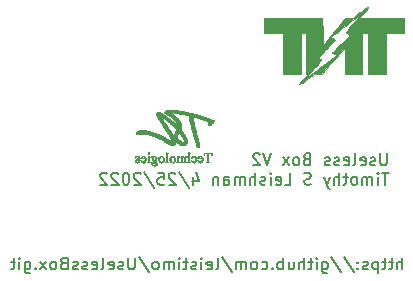
<source format=gbo>
G04 #@! TF.GenerationSoftware,KiCad,Pcbnew,(5.1.4)-1*
G04 #@! TF.CreationDate,2022-04-26T14:24:58-06:00*
G04 #@! TF.ProjectId,UselessBox V2,5573656c-6573-4734-926f-782056322e6b,2*
G04 #@! TF.SameCoordinates,Original*
G04 #@! TF.FileFunction,Legend,Bot*
G04 #@! TF.FilePolarity,Positive*
%FSLAX46Y46*%
G04 Gerber Fmt 4.6, Leading zero omitted, Abs format (unit mm)*
G04 Created by KiCad (PCBNEW (5.1.4)-1) date 2022-04-26 14:24:58*
%MOMM*%
%LPD*%
G04 APERTURE LIST*
%ADD10C,0.150000*%
%ADD11C,0.010000*%
G04 APERTURE END LIST*
D10*
X164328000Y-123769380D02*
X164328000Y-122769380D01*
X163899428Y-123769380D02*
X163899428Y-123245571D01*
X163947047Y-123150333D01*
X164042285Y-123102714D01*
X164185142Y-123102714D01*
X164280380Y-123150333D01*
X164328000Y-123197952D01*
X163566095Y-123102714D02*
X163185142Y-123102714D01*
X163423238Y-122769380D02*
X163423238Y-123626523D01*
X163375619Y-123721761D01*
X163280380Y-123769380D01*
X163185142Y-123769380D01*
X162994666Y-123102714D02*
X162613714Y-123102714D01*
X162851809Y-122769380D02*
X162851809Y-123626523D01*
X162804190Y-123721761D01*
X162708952Y-123769380D01*
X162613714Y-123769380D01*
X162280380Y-123102714D02*
X162280380Y-124102714D01*
X162280380Y-123150333D02*
X162185142Y-123102714D01*
X161994666Y-123102714D01*
X161899428Y-123150333D01*
X161851809Y-123197952D01*
X161804190Y-123293190D01*
X161804190Y-123578904D01*
X161851809Y-123674142D01*
X161899428Y-123721761D01*
X161994666Y-123769380D01*
X162185142Y-123769380D01*
X162280380Y-123721761D01*
X161423238Y-123721761D02*
X161328000Y-123769380D01*
X161137523Y-123769380D01*
X161042285Y-123721761D01*
X160994666Y-123626523D01*
X160994666Y-123578904D01*
X161042285Y-123483666D01*
X161137523Y-123436047D01*
X161280380Y-123436047D01*
X161375619Y-123388428D01*
X161423238Y-123293190D01*
X161423238Y-123245571D01*
X161375619Y-123150333D01*
X161280380Y-123102714D01*
X161137523Y-123102714D01*
X161042285Y-123150333D01*
X160566095Y-123674142D02*
X160518476Y-123721761D01*
X160566095Y-123769380D01*
X160613714Y-123721761D01*
X160566095Y-123674142D01*
X160566095Y-123769380D01*
X160566095Y-123150333D02*
X160518476Y-123197952D01*
X160566095Y-123245571D01*
X160613714Y-123197952D01*
X160566095Y-123150333D01*
X160566095Y-123245571D01*
X159375619Y-122721761D02*
X160232761Y-124007476D01*
X158328000Y-122721761D02*
X159185142Y-124007476D01*
X157566095Y-123102714D02*
X157566095Y-123912238D01*
X157613714Y-124007476D01*
X157661333Y-124055095D01*
X157756571Y-124102714D01*
X157899428Y-124102714D01*
X157994666Y-124055095D01*
X157566095Y-123721761D02*
X157661333Y-123769380D01*
X157851809Y-123769380D01*
X157947047Y-123721761D01*
X157994666Y-123674142D01*
X158042285Y-123578904D01*
X158042285Y-123293190D01*
X157994666Y-123197952D01*
X157947047Y-123150333D01*
X157851809Y-123102714D01*
X157661333Y-123102714D01*
X157566095Y-123150333D01*
X157089904Y-123769380D02*
X157089904Y-123102714D01*
X157089904Y-122769380D02*
X157137523Y-122817000D01*
X157089904Y-122864619D01*
X157042285Y-122817000D01*
X157089904Y-122769380D01*
X157089904Y-122864619D01*
X156756571Y-123102714D02*
X156375619Y-123102714D01*
X156613714Y-122769380D02*
X156613714Y-123626523D01*
X156566095Y-123721761D01*
X156470857Y-123769380D01*
X156375619Y-123769380D01*
X156042285Y-123769380D02*
X156042285Y-122769380D01*
X155613714Y-123769380D02*
X155613714Y-123245571D01*
X155661333Y-123150333D01*
X155756571Y-123102714D01*
X155899428Y-123102714D01*
X155994666Y-123150333D01*
X156042285Y-123197952D01*
X154708952Y-123102714D02*
X154708952Y-123769380D01*
X155137523Y-123102714D02*
X155137523Y-123626523D01*
X155089904Y-123721761D01*
X154994666Y-123769380D01*
X154851809Y-123769380D01*
X154756571Y-123721761D01*
X154708952Y-123674142D01*
X154232761Y-123769380D02*
X154232761Y-122769380D01*
X154232761Y-123150333D02*
X154137523Y-123102714D01*
X153947047Y-123102714D01*
X153851809Y-123150333D01*
X153804190Y-123197952D01*
X153756571Y-123293190D01*
X153756571Y-123578904D01*
X153804190Y-123674142D01*
X153851809Y-123721761D01*
X153947047Y-123769380D01*
X154137523Y-123769380D01*
X154232761Y-123721761D01*
X153328000Y-123674142D02*
X153280380Y-123721761D01*
X153328000Y-123769380D01*
X153375619Y-123721761D01*
X153328000Y-123674142D01*
X153328000Y-123769380D01*
X152423238Y-123721761D02*
X152518476Y-123769380D01*
X152708952Y-123769380D01*
X152804190Y-123721761D01*
X152851809Y-123674142D01*
X152899428Y-123578904D01*
X152899428Y-123293190D01*
X152851809Y-123197952D01*
X152804190Y-123150333D01*
X152708952Y-123102714D01*
X152518476Y-123102714D01*
X152423238Y-123150333D01*
X151851809Y-123769380D02*
X151947047Y-123721761D01*
X151994666Y-123674142D01*
X152042285Y-123578904D01*
X152042285Y-123293190D01*
X151994666Y-123197952D01*
X151947047Y-123150333D01*
X151851809Y-123102714D01*
X151708952Y-123102714D01*
X151613714Y-123150333D01*
X151566095Y-123197952D01*
X151518476Y-123293190D01*
X151518476Y-123578904D01*
X151566095Y-123674142D01*
X151613714Y-123721761D01*
X151708952Y-123769380D01*
X151851809Y-123769380D01*
X151089904Y-123769380D02*
X151089904Y-123102714D01*
X151089904Y-123197952D02*
X151042285Y-123150333D01*
X150947047Y-123102714D01*
X150804190Y-123102714D01*
X150708952Y-123150333D01*
X150661333Y-123245571D01*
X150661333Y-123769380D01*
X150661333Y-123245571D02*
X150613714Y-123150333D01*
X150518476Y-123102714D01*
X150375619Y-123102714D01*
X150280380Y-123150333D01*
X150232761Y-123245571D01*
X150232761Y-123769380D01*
X149042285Y-122721761D02*
X149899428Y-124007476D01*
X148566095Y-123769380D02*
X148661333Y-123721761D01*
X148708952Y-123626523D01*
X148708952Y-122769380D01*
X147804190Y-123721761D02*
X147899428Y-123769380D01*
X148089904Y-123769380D01*
X148185142Y-123721761D01*
X148232761Y-123626523D01*
X148232761Y-123245571D01*
X148185142Y-123150333D01*
X148089904Y-123102714D01*
X147899428Y-123102714D01*
X147804190Y-123150333D01*
X147756571Y-123245571D01*
X147756571Y-123340809D01*
X148232761Y-123436047D01*
X147328000Y-123769380D02*
X147328000Y-123102714D01*
X147328000Y-122769380D02*
X147375619Y-122817000D01*
X147328000Y-122864619D01*
X147280380Y-122817000D01*
X147328000Y-122769380D01*
X147328000Y-122864619D01*
X146899428Y-123721761D02*
X146804190Y-123769380D01*
X146613714Y-123769380D01*
X146518476Y-123721761D01*
X146470857Y-123626523D01*
X146470857Y-123578904D01*
X146518476Y-123483666D01*
X146613714Y-123436047D01*
X146756571Y-123436047D01*
X146851809Y-123388428D01*
X146899428Y-123293190D01*
X146899428Y-123245571D01*
X146851809Y-123150333D01*
X146756571Y-123102714D01*
X146613714Y-123102714D01*
X146518476Y-123150333D01*
X146185142Y-123102714D02*
X145804190Y-123102714D01*
X146042285Y-122769380D02*
X146042285Y-123626523D01*
X145994666Y-123721761D01*
X145899428Y-123769380D01*
X145804190Y-123769380D01*
X145470857Y-123769380D02*
X145470857Y-123102714D01*
X145470857Y-122769380D02*
X145518476Y-122817000D01*
X145470857Y-122864619D01*
X145423238Y-122817000D01*
X145470857Y-122769380D01*
X145470857Y-122864619D01*
X144994666Y-123769380D02*
X144994666Y-123102714D01*
X144994666Y-123197952D02*
X144947047Y-123150333D01*
X144851809Y-123102714D01*
X144708952Y-123102714D01*
X144613714Y-123150333D01*
X144566095Y-123245571D01*
X144566095Y-123769380D01*
X144566095Y-123245571D02*
X144518476Y-123150333D01*
X144423238Y-123102714D01*
X144280380Y-123102714D01*
X144185142Y-123150333D01*
X144137523Y-123245571D01*
X144137523Y-123769380D01*
X143518476Y-123769380D02*
X143613714Y-123721761D01*
X143661333Y-123674142D01*
X143708952Y-123578904D01*
X143708952Y-123293190D01*
X143661333Y-123197952D01*
X143613714Y-123150333D01*
X143518476Y-123102714D01*
X143375619Y-123102714D01*
X143280380Y-123150333D01*
X143232761Y-123197952D01*
X143185142Y-123293190D01*
X143185142Y-123578904D01*
X143232761Y-123674142D01*
X143280380Y-123721761D01*
X143375619Y-123769380D01*
X143518476Y-123769380D01*
X142042285Y-122721761D02*
X142899428Y-124007476D01*
X141708952Y-122769380D02*
X141708952Y-123578904D01*
X141661333Y-123674142D01*
X141613714Y-123721761D01*
X141518476Y-123769380D01*
X141328000Y-123769380D01*
X141232761Y-123721761D01*
X141185142Y-123674142D01*
X141137523Y-123578904D01*
X141137523Y-122769380D01*
X140708952Y-123721761D02*
X140613714Y-123769380D01*
X140423238Y-123769380D01*
X140328000Y-123721761D01*
X140280380Y-123626523D01*
X140280380Y-123578904D01*
X140328000Y-123483666D01*
X140423238Y-123436047D01*
X140566095Y-123436047D01*
X140661333Y-123388428D01*
X140708952Y-123293190D01*
X140708952Y-123245571D01*
X140661333Y-123150333D01*
X140566095Y-123102714D01*
X140423238Y-123102714D01*
X140328000Y-123150333D01*
X139470857Y-123721761D02*
X139566095Y-123769380D01*
X139756571Y-123769380D01*
X139851809Y-123721761D01*
X139899428Y-123626523D01*
X139899428Y-123245571D01*
X139851809Y-123150333D01*
X139756571Y-123102714D01*
X139566095Y-123102714D01*
X139470857Y-123150333D01*
X139423238Y-123245571D01*
X139423238Y-123340809D01*
X139899428Y-123436047D01*
X138851809Y-123769380D02*
X138947047Y-123721761D01*
X138994666Y-123626523D01*
X138994666Y-122769380D01*
X138089904Y-123721761D02*
X138185142Y-123769380D01*
X138375619Y-123769380D01*
X138470857Y-123721761D01*
X138518476Y-123626523D01*
X138518476Y-123245571D01*
X138470857Y-123150333D01*
X138375619Y-123102714D01*
X138185142Y-123102714D01*
X138089904Y-123150333D01*
X138042285Y-123245571D01*
X138042285Y-123340809D01*
X138518476Y-123436047D01*
X137661333Y-123721761D02*
X137566095Y-123769380D01*
X137375619Y-123769380D01*
X137280380Y-123721761D01*
X137232761Y-123626523D01*
X137232761Y-123578904D01*
X137280380Y-123483666D01*
X137375619Y-123436047D01*
X137518476Y-123436047D01*
X137613714Y-123388428D01*
X137661333Y-123293190D01*
X137661333Y-123245571D01*
X137613714Y-123150333D01*
X137518476Y-123102714D01*
X137375619Y-123102714D01*
X137280380Y-123150333D01*
X136851809Y-123721761D02*
X136756571Y-123769380D01*
X136566095Y-123769380D01*
X136470857Y-123721761D01*
X136423238Y-123626523D01*
X136423238Y-123578904D01*
X136470857Y-123483666D01*
X136566095Y-123436047D01*
X136708952Y-123436047D01*
X136804190Y-123388428D01*
X136851809Y-123293190D01*
X136851809Y-123245571D01*
X136804190Y-123150333D01*
X136708952Y-123102714D01*
X136566095Y-123102714D01*
X136470857Y-123150333D01*
X135661333Y-123245571D02*
X135518476Y-123293190D01*
X135470857Y-123340809D01*
X135423238Y-123436047D01*
X135423238Y-123578904D01*
X135470857Y-123674142D01*
X135518476Y-123721761D01*
X135613714Y-123769380D01*
X135994666Y-123769380D01*
X135994666Y-122769380D01*
X135661333Y-122769380D01*
X135566095Y-122817000D01*
X135518476Y-122864619D01*
X135470857Y-122959857D01*
X135470857Y-123055095D01*
X135518476Y-123150333D01*
X135566095Y-123197952D01*
X135661333Y-123245571D01*
X135994666Y-123245571D01*
X134851809Y-123769380D02*
X134947047Y-123721761D01*
X134994666Y-123674142D01*
X135042285Y-123578904D01*
X135042285Y-123293190D01*
X134994666Y-123197952D01*
X134947047Y-123150333D01*
X134851809Y-123102714D01*
X134708952Y-123102714D01*
X134613714Y-123150333D01*
X134566095Y-123197952D01*
X134518476Y-123293190D01*
X134518476Y-123578904D01*
X134566095Y-123674142D01*
X134613714Y-123721761D01*
X134708952Y-123769380D01*
X134851809Y-123769380D01*
X134185142Y-123769380D02*
X133661333Y-123102714D01*
X134185142Y-123102714D02*
X133661333Y-123769380D01*
X133280380Y-123674142D02*
X133232761Y-123721761D01*
X133280380Y-123769380D01*
X133328000Y-123721761D01*
X133280380Y-123674142D01*
X133280380Y-123769380D01*
X132375619Y-123102714D02*
X132375619Y-123912238D01*
X132423238Y-124007476D01*
X132470857Y-124055095D01*
X132566095Y-124102714D01*
X132708952Y-124102714D01*
X132804190Y-124055095D01*
X132375619Y-123721761D02*
X132470857Y-123769380D01*
X132661333Y-123769380D01*
X132756571Y-123721761D01*
X132804190Y-123674142D01*
X132851809Y-123578904D01*
X132851809Y-123293190D01*
X132804190Y-123197952D01*
X132756571Y-123150333D01*
X132661333Y-123102714D01*
X132470857Y-123102714D01*
X132375619Y-123150333D01*
X131899428Y-123769380D02*
X131899428Y-123102714D01*
X131899428Y-122769380D02*
X131947047Y-122817000D01*
X131899428Y-122864619D01*
X131851809Y-122817000D01*
X131899428Y-122769380D01*
X131899428Y-122864619D01*
X131566095Y-123102714D02*
X131185142Y-123102714D01*
X131423238Y-122769380D02*
X131423238Y-123626523D01*
X131375619Y-123721761D01*
X131280380Y-123769380D01*
X131185142Y-123769380D01*
X163037204Y-113943380D02*
X163037204Y-114752904D01*
X162989585Y-114848142D01*
X162941966Y-114895761D01*
X162846728Y-114943380D01*
X162656252Y-114943380D01*
X162561014Y-114895761D01*
X162513395Y-114848142D01*
X162465776Y-114752904D01*
X162465776Y-113943380D01*
X162037204Y-114895761D02*
X161941966Y-114943380D01*
X161751490Y-114943380D01*
X161656252Y-114895761D01*
X161608633Y-114800523D01*
X161608633Y-114752904D01*
X161656252Y-114657666D01*
X161751490Y-114610047D01*
X161894347Y-114610047D01*
X161989585Y-114562428D01*
X162037204Y-114467190D01*
X162037204Y-114419571D01*
X161989585Y-114324333D01*
X161894347Y-114276714D01*
X161751490Y-114276714D01*
X161656252Y-114324333D01*
X160799109Y-114895761D02*
X160894347Y-114943380D01*
X161084823Y-114943380D01*
X161180061Y-114895761D01*
X161227680Y-114800523D01*
X161227680Y-114419571D01*
X161180061Y-114324333D01*
X161084823Y-114276714D01*
X160894347Y-114276714D01*
X160799109Y-114324333D01*
X160751490Y-114419571D01*
X160751490Y-114514809D01*
X161227680Y-114610047D01*
X160180061Y-114943380D02*
X160275300Y-114895761D01*
X160322919Y-114800523D01*
X160322919Y-113943380D01*
X159418157Y-114895761D02*
X159513395Y-114943380D01*
X159703871Y-114943380D01*
X159799109Y-114895761D01*
X159846728Y-114800523D01*
X159846728Y-114419571D01*
X159799109Y-114324333D01*
X159703871Y-114276714D01*
X159513395Y-114276714D01*
X159418157Y-114324333D01*
X159370538Y-114419571D01*
X159370538Y-114514809D01*
X159846728Y-114610047D01*
X158989585Y-114895761D02*
X158894347Y-114943380D01*
X158703871Y-114943380D01*
X158608633Y-114895761D01*
X158561014Y-114800523D01*
X158561014Y-114752904D01*
X158608633Y-114657666D01*
X158703871Y-114610047D01*
X158846728Y-114610047D01*
X158941966Y-114562428D01*
X158989585Y-114467190D01*
X158989585Y-114419571D01*
X158941966Y-114324333D01*
X158846728Y-114276714D01*
X158703871Y-114276714D01*
X158608633Y-114324333D01*
X158180061Y-114895761D02*
X158084823Y-114943380D01*
X157894347Y-114943380D01*
X157799109Y-114895761D01*
X157751490Y-114800523D01*
X157751490Y-114752904D01*
X157799109Y-114657666D01*
X157894347Y-114610047D01*
X158037204Y-114610047D01*
X158132442Y-114562428D01*
X158180061Y-114467190D01*
X158180061Y-114419571D01*
X158132442Y-114324333D01*
X158037204Y-114276714D01*
X157894347Y-114276714D01*
X157799109Y-114324333D01*
X156227680Y-114419571D02*
X156084823Y-114467190D01*
X156037204Y-114514809D01*
X155989585Y-114610047D01*
X155989585Y-114752904D01*
X156037204Y-114848142D01*
X156084823Y-114895761D01*
X156180061Y-114943380D01*
X156561014Y-114943380D01*
X156561014Y-113943380D01*
X156227680Y-113943380D01*
X156132442Y-113991000D01*
X156084823Y-114038619D01*
X156037204Y-114133857D01*
X156037204Y-114229095D01*
X156084823Y-114324333D01*
X156132442Y-114371952D01*
X156227680Y-114419571D01*
X156561014Y-114419571D01*
X155418157Y-114943380D02*
X155513395Y-114895761D01*
X155561014Y-114848142D01*
X155608633Y-114752904D01*
X155608633Y-114467190D01*
X155561014Y-114371952D01*
X155513395Y-114324333D01*
X155418157Y-114276714D01*
X155275300Y-114276714D01*
X155180061Y-114324333D01*
X155132442Y-114371952D01*
X155084823Y-114467190D01*
X155084823Y-114752904D01*
X155132442Y-114848142D01*
X155180061Y-114895761D01*
X155275300Y-114943380D01*
X155418157Y-114943380D01*
X154751490Y-114943380D02*
X154227680Y-114276714D01*
X154751490Y-114276714D02*
X154227680Y-114943380D01*
X153227680Y-113943380D02*
X152894347Y-114943380D01*
X152561014Y-113943380D01*
X152275300Y-114038619D02*
X152227680Y-113991000D01*
X152132442Y-113943380D01*
X151894347Y-113943380D01*
X151799109Y-113991000D01*
X151751490Y-114038619D01*
X151703871Y-114133857D01*
X151703871Y-114229095D01*
X151751490Y-114371952D01*
X152322919Y-114943380D01*
X151703871Y-114943380D01*
X163180061Y-115593380D02*
X162608633Y-115593380D01*
X162894347Y-116593380D02*
X162894347Y-115593380D01*
X162275300Y-116593380D02*
X162275300Y-115926714D01*
X162275300Y-115593380D02*
X162322919Y-115641000D01*
X162275300Y-115688619D01*
X162227680Y-115641000D01*
X162275300Y-115593380D01*
X162275300Y-115688619D01*
X161799109Y-116593380D02*
X161799109Y-115926714D01*
X161799109Y-116021952D02*
X161751490Y-115974333D01*
X161656252Y-115926714D01*
X161513395Y-115926714D01*
X161418157Y-115974333D01*
X161370538Y-116069571D01*
X161370538Y-116593380D01*
X161370538Y-116069571D02*
X161322919Y-115974333D01*
X161227680Y-115926714D01*
X161084823Y-115926714D01*
X160989585Y-115974333D01*
X160941966Y-116069571D01*
X160941966Y-116593380D01*
X160322919Y-116593380D02*
X160418157Y-116545761D01*
X160465776Y-116498142D01*
X160513395Y-116402904D01*
X160513395Y-116117190D01*
X160465776Y-116021952D01*
X160418157Y-115974333D01*
X160322919Y-115926714D01*
X160180061Y-115926714D01*
X160084823Y-115974333D01*
X160037204Y-116021952D01*
X159989585Y-116117190D01*
X159989585Y-116402904D01*
X160037204Y-116498142D01*
X160084823Y-116545761D01*
X160180061Y-116593380D01*
X160322919Y-116593380D01*
X159703871Y-115926714D02*
X159322919Y-115926714D01*
X159561014Y-115593380D02*
X159561014Y-116450523D01*
X159513395Y-116545761D01*
X159418157Y-116593380D01*
X159322919Y-116593380D01*
X158989585Y-116593380D02*
X158989585Y-115593380D01*
X158561014Y-116593380D02*
X158561014Y-116069571D01*
X158608633Y-115974333D01*
X158703871Y-115926714D01*
X158846728Y-115926714D01*
X158941966Y-115974333D01*
X158989585Y-116021952D01*
X158180061Y-115926714D02*
X157941966Y-116593380D01*
X157703871Y-115926714D02*
X157941966Y-116593380D01*
X158037204Y-116831476D01*
X158084823Y-116879095D01*
X158180061Y-116926714D01*
X156608633Y-116545761D02*
X156465776Y-116593380D01*
X156227680Y-116593380D01*
X156132442Y-116545761D01*
X156084823Y-116498142D01*
X156037204Y-116402904D01*
X156037204Y-116307666D01*
X156084823Y-116212428D01*
X156132442Y-116164809D01*
X156227680Y-116117190D01*
X156418157Y-116069571D01*
X156513395Y-116021952D01*
X156561014Y-115974333D01*
X156608633Y-115879095D01*
X156608633Y-115783857D01*
X156561014Y-115688619D01*
X156513395Y-115641000D01*
X156418157Y-115593380D01*
X156180061Y-115593380D01*
X156037204Y-115641000D01*
X154370538Y-116593380D02*
X154846728Y-116593380D01*
X154846728Y-115593380D01*
X153656252Y-116545761D02*
X153751490Y-116593380D01*
X153941966Y-116593380D01*
X154037204Y-116545761D01*
X154084823Y-116450523D01*
X154084823Y-116069571D01*
X154037204Y-115974333D01*
X153941966Y-115926714D01*
X153751490Y-115926714D01*
X153656252Y-115974333D01*
X153608633Y-116069571D01*
X153608633Y-116164809D01*
X154084823Y-116260047D01*
X153180061Y-116593380D02*
X153180061Y-115926714D01*
X153180061Y-115593380D02*
X153227680Y-115641000D01*
X153180061Y-115688619D01*
X153132442Y-115641000D01*
X153180061Y-115593380D01*
X153180061Y-115688619D01*
X152751490Y-116545761D02*
X152656252Y-116593380D01*
X152465776Y-116593380D01*
X152370538Y-116545761D01*
X152322919Y-116450523D01*
X152322919Y-116402904D01*
X152370538Y-116307666D01*
X152465776Y-116260047D01*
X152608633Y-116260047D01*
X152703871Y-116212428D01*
X152751490Y-116117190D01*
X152751490Y-116069571D01*
X152703871Y-115974333D01*
X152608633Y-115926714D01*
X152465776Y-115926714D01*
X152370538Y-115974333D01*
X151894347Y-116593380D02*
X151894347Y-115593380D01*
X151465776Y-116593380D02*
X151465776Y-116069571D01*
X151513395Y-115974333D01*
X151608633Y-115926714D01*
X151751490Y-115926714D01*
X151846728Y-115974333D01*
X151894347Y-116021952D01*
X150989585Y-116593380D02*
X150989585Y-115926714D01*
X150989585Y-116021952D02*
X150941966Y-115974333D01*
X150846728Y-115926714D01*
X150703871Y-115926714D01*
X150608633Y-115974333D01*
X150561014Y-116069571D01*
X150561014Y-116593380D01*
X150561014Y-116069571D02*
X150513395Y-115974333D01*
X150418157Y-115926714D01*
X150275300Y-115926714D01*
X150180061Y-115974333D01*
X150132442Y-116069571D01*
X150132442Y-116593380D01*
X149227680Y-116593380D02*
X149227680Y-116069571D01*
X149275300Y-115974333D01*
X149370538Y-115926714D01*
X149561014Y-115926714D01*
X149656252Y-115974333D01*
X149227680Y-116545761D02*
X149322919Y-116593380D01*
X149561014Y-116593380D01*
X149656252Y-116545761D01*
X149703871Y-116450523D01*
X149703871Y-116355285D01*
X149656252Y-116260047D01*
X149561014Y-116212428D01*
X149322919Y-116212428D01*
X149227680Y-116164809D01*
X148751490Y-115926714D02*
X148751490Y-116593380D01*
X148751490Y-116021952D02*
X148703871Y-115974333D01*
X148608633Y-115926714D01*
X148465776Y-115926714D01*
X148370538Y-115974333D01*
X148322919Y-116069571D01*
X148322919Y-116593380D01*
X146656252Y-115926714D02*
X146656252Y-116593380D01*
X146894347Y-115545761D02*
X147132442Y-116260047D01*
X146513395Y-116260047D01*
X145418157Y-115545761D02*
X146275300Y-116831476D01*
X145132442Y-115688619D02*
X145084823Y-115641000D01*
X144989585Y-115593380D01*
X144751490Y-115593380D01*
X144656252Y-115641000D01*
X144608633Y-115688619D01*
X144561014Y-115783857D01*
X144561014Y-115879095D01*
X144608633Y-116021952D01*
X145180061Y-116593380D01*
X144561014Y-116593380D01*
X143656252Y-115593380D02*
X144132442Y-115593380D01*
X144180061Y-116069571D01*
X144132442Y-116021952D01*
X144037204Y-115974333D01*
X143799109Y-115974333D01*
X143703871Y-116021952D01*
X143656252Y-116069571D01*
X143608633Y-116164809D01*
X143608633Y-116402904D01*
X143656252Y-116498142D01*
X143703871Y-116545761D01*
X143799109Y-116593380D01*
X144037204Y-116593380D01*
X144132442Y-116545761D01*
X144180061Y-116498142D01*
X142465776Y-115545761D02*
X143322919Y-116831476D01*
X142180061Y-115688619D02*
X142132442Y-115641000D01*
X142037204Y-115593380D01*
X141799109Y-115593380D01*
X141703871Y-115641000D01*
X141656252Y-115688619D01*
X141608633Y-115783857D01*
X141608633Y-115879095D01*
X141656252Y-116021952D01*
X142227680Y-116593380D01*
X141608633Y-116593380D01*
X140989585Y-115593380D02*
X140894347Y-115593380D01*
X140799109Y-115641000D01*
X140751490Y-115688619D01*
X140703871Y-115783857D01*
X140656252Y-115974333D01*
X140656252Y-116212428D01*
X140703871Y-116402904D01*
X140751490Y-116498142D01*
X140799109Y-116545761D01*
X140894347Y-116593380D01*
X140989585Y-116593380D01*
X141084823Y-116545761D01*
X141132442Y-116498142D01*
X141180061Y-116402904D01*
X141227680Y-116212428D01*
X141227680Y-115974333D01*
X141180061Y-115783857D01*
X141132442Y-115688619D01*
X141084823Y-115641000D01*
X140989585Y-115593380D01*
X140275300Y-115688619D02*
X140227680Y-115641000D01*
X140132442Y-115593380D01*
X139894347Y-115593380D01*
X139799109Y-115641000D01*
X139751490Y-115688619D01*
X139703871Y-115783857D01*
X139703871Y-115879095D01*
X139751490Y-116021952D01*
X140322919Y-116593380D01*
X139703871Y-116593380D01*
X139322919Y-115688619D02*
X139275300Y-115641000D01*
X139180061Y-115593380D01*
X138941966Y-115593380D01*
X138846728Y-115641000D01*
X138799109Y-115688619D01*
X138751490Y-115783857D01*
X138751490Y-115879095D01*
X138799109Y-116021952D01*
X139370538Y-116593380D01*
X138751490Y-116593380D01*
D11*
G36*
X144623322Y-110254767D02*
G01*
X144531600Y-110259693D01*
X144460466Y-110265988D01*
X144405106Y-110274986D01*
X144360709Y-110288024D01*
X144322461Y-110306435D01*
X144285550Y-110331556D01*
X144253894Y-110357258D01*
X144203016Y-110404069D01*
X144173814Y-110440296D01*
X144165554Y-110467317D01*
X144177508Y-110486512D01*
X144183411Y-110490166D01*
X144211105Y-110500561D01*
X144240392Y-110499567D01*
X144278672Y-110486063D01*
X144310100Y-110470950D01*
X144348539Y-110453174D01*
X144379905Y-110441652D01*
X144392228Y-110439200D01*
X144408233Y-110447927D01*
X144410714Y-110467350D01*
X144400675Y-110487327D01*
X144386581Y-110496261D01*
X144367199Y-110513313D01*
X144349951Y-110545528D01*
X144338727Y-110582729D01*
X144337416Y-110614742D01*
X144339044Y-110620616D01*
X144354630Y-110633965D01*
X144386480Y-110647552D01*
X144407444Y-110653526D01*
X144446574Y-110664877D01*
X144492915Y-110681141D01*
X144538965Y-110699322D01*
X144577221Y-110716428D01*
X144600183Y-110729465D01*
X144602200Y-110731238D01*
X144615402Y-110742162D01*
X144641572Y-110762325D01*
X144656547Y-110773576D01*
X144690792Y-110800573D01*
X144719411Y-110825588D01*
X144726397Y-110832510D01*
X144745839Y-110849924D01*
X144780116Y-110877686D01*
X144823503Y-110911229D01*
X144849850Y-110930989D01*
X144934554Y-111001511D01*
X145021879Y-111087755D01*
X145105115Y-111182249D01*
X145177552Y-111277518D01*
X145219278Y-111342441D01*
X145239237Y-111371261D01*
X145254706Y-111389993D01*
X145272038Y-111417103D01*
X145291611Y-111458942D01*
X145309637Y-111505827D01*
X145322329Y-111548079D01*
X145326100Y-111572495D01*
X145317756Y-111592102D01*
X145296474Y-111595674D01*
X145267881Y-111584516D01*
X145237603Y-111559929D01*
X145228926Y-111549998D01*
X145198546Y-111515006D01*
X145160211Y-111474380D01*
X145137315Y-111451573D01*
X145098127Y-111413017D01*
X145052537Y-111367132D01*
X145017693Y-111331375D01*
X144984302Y-111298724D01*
X144956260Y-111274958D01*
X144939177Y-111264787D01*
X144938310Y-111264700D01*
X144923269Y-111256626D01*
X144894046Y-111234726D01*
X144855051Y-111202476D01*
X144816632Y-111168728D01*
X144768836Y-111127142D01*
X144723049Y-111089910D01*
X144685263Y-111061765D01*
X144665700Y-111049429D01*
X144629529Y-111026781D01*
X144599728Y-111002172D01*
X144597057Y-110999351D01*
X144573665Y-110979638D01*
X144555782Y-110972600D01*
X144540175Y-110965814D01*
X144538700Y-110961190D01*
X144528488Y-110947505D01*
X144499450Y-110921625D01*
X144453986Y-110885307D01*
X144394494Y-110840308D01*
X144323375Y-110788385D01*
X144243027Y-110731295D01*
X144155849Y-110670796D01*
X144064242Y-110608644D01*
X143989859Y-110559229D01*
X143914998Y-110510278D01*
X143857417Y-110473612D01*
X143813368Y-110447272D01*
X143779104Y-110429296D01*
X143750876Y-110417724D01*
X143724937Y-110410594D01*
X143697538Y-110405945D01*
X143696684Y-110405828D01*
X143660095Y-110402920D01*
X143636582Y-110409822D01*
X143614470Y-110430641D01*
X143609479Y-110436491D01*
X143582959Y-110462504D01*
X143558471Y-110478019D01*
X143554550Y-110479175D01*
X143536300Y-110486816D01*
X143522397Y-110504818D01*
X143510024Y-110538390D01*
X143498797Y-110582238D01*
X143492437Y-110613391D01*
X143491849Y-110638122D01*
X143498800Y-110664096D01*
X143515054Y-110698977D01*
X143533901Y-110734638D01*
X143565599Y-110794247D01*
X143601094Y-110861751D01*
X143632321Y-110921800D01*
X143655484Y-110966043D01*
X143674432Y-111001012D01*
X143686054Y-111021008D01*
X143687800Y-111023400D01*
X143697481Y-111037692D01*
X143713675Y-111065354D01*
X143718595Y-111074200D01*
X143735761Y-111103518D01*
X143761371Y-111145096D01*
X143791306Y-111192494D01*
X143821447Y-111239274D01*
X143847677Y-111278998D01*
X143865878Y-111305227D01*
X143868873Y-111309150D01*
X143879475Y-111324538D01*
X143900400Y-111356488D01*
X143928444Y-111400066D01*
X143955045Y-111441868D01*
X143988206Y-111493256D01*
X144018748Y-111538842D01*
X144042798Y-111572946D01*
X144054557Y-111587918D01*
X144074067Y-111613755D01*
X144098602Y-111651771D01*
X144113642Y-111677450D01*
X144137500Y-111717650D01*
X144160202Y-111752068D01*
X144171078Y-111766350D01*
X144190443Y-111793649D01*
X144212531Y-111831319D01*
X144219349Y-111844400D01*
X144238996Y-111880219D01*
X144257109Y-111907924D01*
X144262364Y-111914250D01*
X144276293Y-111932115D01*
X144299791Y-111965667D01*
X144328860Y-112009117D01*
X144344431Y-112033050D01*
X144377812Y-112083469D01*
X144410746Y-112130880D01*
X144437807Y-112167551D01*
X144445724Y-112177423D01*
X144515884Y-112277374D01*
X144565231Y-112372775D01*
X144582454Y-112406780D01*
X144596949Y-112428658D01*
X144602780Y-112433100D01*
X144612958Y-112443900D01*
X144625172Y-112470573D01*
X144627600Y-112477550D01*
X144640019Y-112506536D01*
X144651985Y-112521459D01*
X144653985Y-112522000D01*
X144664384Y-112532301D01*
X144665700Y-112541050D01*
X144671081Y-112557970D01*
X144675628Y-112560100D01*
X144684729Y-112571127D01*
X144696561Y-112599117D01*
X144702430Y-112617250D01*
X144714552Y-112650914D01*
X144726155Y-112671448D01*
X144730602Y-112674400D01*
X144740632Y-112684707D01*
X144741900Y-112693450D01*
X144748758Y-112710350D01*
X144754600Y-112712500D01*
X144764919Y-112723136D01*
X144767300Y-112737900D01*
X144772619Y-112758537D01*
X144780000Y-112763300D01*
X144790464Y-112773888D01*
X144792700Y-112787641D01*
X144798801Y-112809996D01*
X144806220Y-112816489D01*
X144816094Y-112830756D01*
X144824718Y-112861168D01*
X144826942Y-112874698D01*
X144830354Y-112908307D01*
X144826256Y-112923820D01*
X144811245Y-112928202D01*
X144800723Y-112928400D01*
X144776067Y-112924251D01*
X144767300Y-112915700D01*
X144756664Y-112905381D01*
X144741900Y-112903000D01*
X144721234Y-112899000D01*
X144716478Y-112893475D01*
X144705792Y-112880344D01*
X144677423Y-112860033D01*
X144636845Y-112835801D01*
X144589531Y-112810905D01*
X144540955Y-112788603D01*
X144538700Y-112787659D01*
X144495546Y-112768256D01*
X144458471Y-112749116D01*
X144441745Y-112738717D01*
X144408647Y-112715174D01*
X144386214Y-112699800D01*
X144359154Y-112680255D01*
X144343469Y-112667269D01*
X144322496Y-112653127D01*
X144290756Y-112636880D01*
X144287875Y-112635594D01*
X144260532Y-112621117D01*
X144246935Y-112609167D01*
X144246600Y-112607799D01*
X144236272Y-112599271D01*
X144227550Y-112598200D01*
X144210632Y-112592648D01*
X144208500Y-112587953D01*
X144197835Y-112578120D01*
X144169504Y-112561090D01*
X144129008Y-112540084D01*
X144116425Y-112534018D01*
X144062266Y-112507503D01*
X144007766Y-112479498D01*
X143964472Y-112455941D01*
X143963467Y-112455365D01*
X143924829Y-112435671D01*
X143891608Y-112422989D01*
X143877742Y-112420400D01*
X143857397Y-112415837D01*
X143852900Y-112409738D01*
X143842123Y-112396725D01*
X143816324Y-112382788D01*
X143785305Y-112372390D01*
X143764762Y-112369600D01*
X143741360Y-112360550D01*
X143734008Y-112350550D01*
X143716714Y-112336318D01*
X143689558Y-112331500D01*
X143660785Y-112326142D01*
X143645723Y-112314053D01*
X143629790Y-112300332D01*
X143599345Y-112289291D01*
X143593564Y-112288078D01*
X143563883Y-112280309D01*
X143548639Y-112272017D01*
X143548100Y-112270532D01*
X143537411Y-112260762D01*
X143511235Y-112248700D01*
X143506825Y-112247109D01*
X143473990Y-112235336D01*
X143427418Y-112218262D01*
X143377135Y-112199562D01*
X143376650Y-112199380D01*
X143306099Y-112173860D01*
X143229489Y-112147708D01*
X143151354Y-112122306D01*
X143076224Y-112099034D01*
X143008631Y-112079274D01*
X142953106Y-112064406D01*
X142914182Y-112055812D01*
X142900400Y-112054240D01*
X142877336Y-112051052D01*
X142837239Y-112042679D01*
X142787501Y-112030904D01*
X142735514Y-112017511D01*
X142688671Y-112004281D01*
X142672579Y-111999289D01*
X142647179Y-111993096D01*
X142610323Y-111987651D01*
X142559124Y-111982716D01*
X142490695Y-111978051D01*
X142402148Y-111973418D01*
X142311537Y-111969436D01*
X142260306Y-111969396D01*
X142213521Y-111972883D01*
X142184537Y-111978332D01*
X142148413Y-111986713D01*
X142100837Y-111994092D01*
X142074900Y-111996865D01*
X142027721Y-112003725D01*
X141985096Y-112014513D01*
X141968174Y-112021146D01*
X141937195Y-112034016D01*
X141914340Y-112039399D01*
X141914279Y-112039400D01*
X141891664Y-112050655D01*
X141866573Y-112080176D01*
X141842717Y-112121591D01*
X141823807Y-112168531D01*
X141813892Y-112211724D01*
X141812498Y-112266281D01*
X141825175Y-112301564D01*
X141853081Y-112318136D01*
X141897375Y-112316559D01*
X141959213Y-112297398D01*
X141976005Y-112290577D01*
X142001078Y-112280766D01*
X142025703Y-112273565D01*
X142054207Y-112268609D01*
X142090918Y-112265528D01*
X142140164Y-112263957D01*
X142206271Y-112263527D01*
X142290800Y-112263854D01*
X142377779Y-112265153D01*
X142456747Y-112267802D01*
X142523101Y-112271555D01*
X142572238Y-112276164D01*
X142595600Y-112280182D01*
X142715106Y-112310490D01*
X142810813Y-112333225D01*
X142868650Y-112345652D01*
X142918896Y-112357700D01*
X142975623Y-112374091D01*
X143002846Y-112383044D01*
X143044935Y-112396505D01*
X143079624Y-112405460D01*
X143094921Y-112407700D01*
X143113266Y-112413898D01*
X143116300Y-112420400D01*
X143127169Y-112429946D01*
X143148050Y-112433100D01*
X143171933Y-112436387D01*
X143179800Y-112442689D01*
X143190779Y-112451573D01*
X143219537Y-112465587D01*
X143259175Y-112481440D01*
X143310168Y-112501045D01*
X143359962Y-112521595D01*
X143389350Y-112534728D01*
X143428804Y-112552966D01*
X143489161Y-112580177D01*
X143567996Y-112615282D01*
X143662888Y-112657203D01*
X143771412Y-112704861D01*
X143776700Y-112707177D01*
X143821532Y-112728615D01*
X143883114Y-112760592D01*
X143956556Y-112800349D01*
X144036967Y-112845130D01*
X144119456Y-112892178D01*
X144199130Y-112938734D01*
X144271100Y-112982042D01*
X144330474Y-113019345D01*
X144330506Y-113019366D01*
X144375582Y-113047576D01*
X144415489Y-113070708D01*
X144443264Y-113084779D01*
X144447981Y-113086572D01*
X144469448Y-113097969D01*
X144475200Y-113107055D01*
X144485435Y-113117708D01*
X144493343Y-113118900D01*
X144517699Y-113127109D01*
X144528268Y-113134999D01*
X144559195Y-113155724D01*
X144608042Y-113178676D01*
X144667754Y-113201470D01*
X144731273Y-113221721D01*
X144791543Y-113237044D01*
X144841507Y-113245053D01*
X144855760Y-113245687D01*
X144926583Y-113234851D01*
X144993729Y-113205553D01*
X145052676Y-113161814D01*
X145098900Y-113107659D01*
X145127876Y-113047109D01*
X145135600Y-112996814D01*
X145137537Y-112963282D01*
X145142425Y-112943552D01*
X145145125Y-112941320D01*
X145158263Y-112949288D01*
X145185513Y-112970456D01*
X145222107Y-113001033D01*
X145242352Y-113018608D01*
X145338417Y-113096243D01*
X145428670Y-113153653D01*
X145518620Y-113193349D01*
X145613775Y-113217844D01*
X145702830Y-113228587D01*
X145794554Y-113230994D01*
X145869744Y-113222600D01*
X145935551Y-113201778D01*
X145999125Y-113166902D01*
X146011900Y-113158306D01*
X146065175Y-113117264D01*
X146100248Y-113077259D01*
X146120488Y-113031409D01*
X146129262Y-112972831D01*
X146130341Y-112916253D01*
X146129213Y-112871842D01*
X146128737Y-112866221D01*
X145839531Y-112866221D01*
X145837835Y-112921161D01*
X145825508Y-112956975D01*
X145806505Y-112965447D01*
X145768285Y-112963400D01*
X145714629Y-112951099D01*
X145706135Y-112948585D01*
X145597288Y-112905934D01*
X145498006Y-112848333D01*
X145415223Y-112779937D01*
X145402300Y-112766465D01*
X145336029Y-112690404D01*
X145288589Y-112625437D01*
X145258121Y-112567930D01*
X145242764Y-112514247D01*
X145240657Y-112460754D01*
X145241407Y-112452150D01*
X145249531Y-112407964D01*
X145263912Y-112359050D01*
X145281647Y-112313064D01*
X145299830Y-112277662D01*
X145313762Y-112261426D01*
X145324604Y-112243502D01*
X145326116Y-112232325D01*
X145335546Y-112204505D01*
X145358412Y-112174213D01*
X145386629Y-112150154D01*
X145410951Y-112141000D01*
X145435139Y-112152517D01*
X145457230Y-112182275D01*
X145476417Y-112212988D01*
X145506041Y-112253878D01*
X145539701Y-112296106D01*
X145539797Y-112296220D01*
X145572667Y-112337248D01*
X145600838Y-112375752D01*
X145618359Y-112403584D01*
X145618658Y-112404170D01*
X145635499Y-112435018D01*
X145659487Y-112476128D01*
X145675782Y-112502950D01*
X145736851Y-112608257D01*
X145787333Y-112708851D01*
X145823976Y-112798194D01*
X145826886Y-112806649D01*
X145839531Y-112866221D01*
X146128737Y-112866221D01*
X146125980Y-112833731D01*
X146119156Y-112797537D01*
X146107258Y-112758877D01*
X146088802Y-112713370D01*
X146062303Y-112656633D01*
X146026277Y-112584284D01*
X146001183Y-112534917D01*
X145955106Y-112446697D01*
X145915307Y-112376076D01*
X145878060Y-112317305D01*
X145839643Y-112264635D01*
X145796329Y-112212319D01*
X145780576Y-112194432D01*
X145740098Y-112145345D01*
X145698142Y-112088806D01*
X145672615Y-112050780D01*
X145642266Y-112004022D01*
X145611336Y-111958757D01*
X145589625Y-111928926D01*
X145578539Y-111911695D01*
X145198986Y-111911695D01*
X145190151Y-111950076D01*
X145172720Y-111994143D01*
X145156212Y-112025038D01*
X145121701Y-112085327D01*
X145085904Y-112152548D01*
X145051330Y-112221463D01*
X145020491Y-112286831D01*
X144995897Y-112343411D01*
X144980058Y-112385964D01*
X144976063Y-112401082D01*
X144969203Y-112430424D01*
X144961437Y-112438559D01*
X144948746Y-112429486D01*
X144948150Y-112428891D01*
X144929393Y-112405685D01*
X144907047Y-112372320D01*
X144902145Y-112364211D01*
X144864753Y-112302647D01*
X144819307Y-112230656D01*
X144768383Y-112152049D01*
X144714557Y-112070636D01*
X144660403Y-111990229D01*
X144608498Y-111914637D01*
X144561417Y-111847673D01*
X144521736Y-111793146D01*
X144492030Y-111754868D01*
X144483931Y-111745418D01*
X144466669Y-111722765D01*
X144443191Y-111687796D01*
X144428869Y-111664920D01*
X144409100Y-111632509D01*
X144391607Y-111604231D01*
X144373888Y-111576254D01*
X144353442Y-111544748D01*
X144327768Y-111505880D01*
X144294364Y-111455819D01*
X144250730Y-111390734D01*
X144219811Y-111344684D01*
X144156537Y-111249670D01*
X144096121Y-111157444D01*
X144040457Y-111071008D01*
X143991439Y-110993362D01*
X143950959Y-110927507D01*
X143920910Y-110876446D01*
X143903188Y-110843177D01*
X143902568Y-110841836D01*
X143892743Y-110811275D01*
X143899279Y-110799739D01*
X143921502Y-110807414D01*
X143951330Y-110828467D01*
X143987065Y-110855857D01*
X144033177Y-110889809D01*
X144075150Y-110919768D01*
X144113988Y-110947707D01*
X144166161Y-110986282D01*
X144228039Y-111032706D01*
X144295993Y-111084195D01*
X144366392Y-111137962D01*
X144435606Y-111191221D01*
X144500005Y-111241187D01*
X144555958Y-111285074D01*
X144599835Y-111320096D01*
X144628006Y-111343468D01*
X144632549Y-111347512D01*
X144649520Y-111361891D01*
X144679477Y-111386254D01*
X144710150Y-111410733D01*
X144753138Y-111446386D01*
X144804715Y-111491735D01*
X144861932Y-111543909D01*
X144921842Y-111600040D01*
X144981499Y-111657256D01*
X145037954Y-111712688D01*
X145088260Y-111763466D01*
X145129470Y-111806720D01*
X145158636Y-111839580D01*
X145172811Y-111859176D01*
X145173700Y-111862106D01*
X145183380Y-111873949D01*
X145186400Y-111874300D01*
X145198108Y-111884578D01*
X145198986Y-111911695D01*
X145578539Y-111911695D01*
X145567834Y-111895059D01*
X145557443Y-111860069D01*
X145554885Y-111812228D01*
X145558830Y-111759182D01*
X145568628Y-111705627D01*
X145574880Y-111684052D01*
X145595496Y-111612535D01*
X145602639Y-111548758D01*
X145596249Y-111483376D01*
X145576262Y-111407043D01*
X145572971Y-111396779D01*
X145553271Y-111341443D01*
X145532092Y-111290254D01*
X145513104Y-111251852D01*
X145507774Y-111243209D01*
X145489454Y-111214780D01*
X145479253Y-111196172D01*
X145478500Y-111193608D01*
X145470824Y-111179779D01*
X145450828Y-111152837D01*
X145423066Y-111118194D01*
X145392089Y-111081263D01*
X145362449Y-111047455D01*
X145338699Y-111022185D01*
X145325391Y-111010864D01*
X145324670Y-111010700D01*
X145313902Y-111000837D01*
X145313400Y-110996724D01*
X145304494Y-110981232D01*
X145280271Y-110952637D01*
X145244476Y-110914621D01*
X145200855Y-110870867D01*
X145153151Y-110825061D01*
X145105109Y-110780884D01*
X145060475Y-110742021D01*
X145027650Y-110715643D01*
X144985404Y-110683124D01*
X144947052Y-110652735D01*
X144920705Y-110630907D01*
X144920180Y-110630446D01*
X144895499Y-110613144D01*
X144854481Y-110588879D01*
X144803788Y-110561471D01*
X144770955Y-110544840D01*
X144713171Y-110514938D01*
X144676224Y-110492085D01*
X144657223Y-110474263D01*
X144653000Y-110462413D01*
X144654910Y-110450378D01*
X144664087Y-110443927D01*
X144685702Y-110442236D01*
X144724927Y-110444478D01*
X144751425Y-110446701D01*
X144799900Y-110451980D01*
X144838764Y-110458172D01*
X144860838Y-110464091D01*
X144862550Y-110465093D01*
X144879548Y-110470058D01*
X144916419Y-110476296D01*
X144967723Y-110483006D01*
X145027650Y-110489356D01*
X145137834Y-110501920D01*
X145243556Y-110517963D01*
X145337705Y-110536272D01*
X145409552Y-110554539D01*
X145452457Y-110563239D01*
X145489653Y-110566200D01*
X145528008Y-110569117D01*
X145574740Y-110576427D01*
X145590352Y-110579683D01*
X145639628Y-110590729D01*
X145688977Y-110601638D01*
X145700750Y-110604209D01*
X145735393Y-110611737D01*
X145786496Y-110622841D01*
X145845698Y-110635702D01*
X145878550Y-110642839D01*
X145946387Y-110657924D01*
X146018145Y-110674442D01*
X146081771Y-110689601D01*
X146101665Y-110694514D01*
X146152706Y-110706221D01*
X146198288Y-110714786D01*
X146229440Y-110718549D01*
X146231840Y-110718600D01*
X146256794Y-110722521D01*
X146265900Y-110730810D01*
X146276956Y-110741309D01*
X146304696Y-110753077D01*
X146317641Y-110756953D01*
X146369382Y-110770885D01*
X146339169Y-110811417D01*
X146309344Y-110864413D01*
X146287611Y-110927523D01*
X146278632Y-110986990D01*
X146278600Y-110990125D01*
X146281733Y-111018648D01*
X146290246Y-111065830D01*
X146302812Y-111125834D01*
X146318102Y-111192821D01*
X146334789Y-111260952D01*
X146351546Y-111324390D01*
X146365591Y-111372650D01*
X146384335Y-111434484D01*
X146400433Y-111491501D01*
X146415639Y-111550616D01*
X146431706Y-111618745D01*
X146450388Y-111702803D01*
X146456776Y-111732211D01*
X146469037Y-111781220D01*
X146484317Y-111832920D01*
X146487553Y-111842718D01*
X146500598Y-111883543D01*
X146510565Y-111918921D01*
X146512616Y-111927657D01*
X146518783Y-111952200D01*
X146530607Y-111995342D01*
X146546673Y-112052230D01*
X146565562Y-112118010D01*
X146585858Y-112187830D01*
X146606142Y-112256837D01*
X146624997Y-112320179D01*
X146641006Y-112373002D01*
X146652752Y-112410454D01*
X146658395Y-112426750D01*
X146666593Y-112450419D01*
X146680168Y-112494219D01*
X146697877Y-112553756D01*
X146718480Y-112624637D01*
X146740734Y-112702469D01*
X146763398Y-112782860D01*
X146785230Y-112861418D01*
X146804989Y-112933748D01*
X146821433Y-112995458D01*
X146833321Y-113042157D01*
X146837881Y-113061750D01*
X146846738Y-113097847D01*
X146860575Y-113148751D01*
X146876801Y-113205021D01*
X146881434Y-113220500D01*
X146903560Y-113285607D01*
X146925975Y-113329470D01*
X146952545Y-113355992D01*
X146987132Y-113369075D01*
X147032052Y-113372617D01*
X147074761Y-113369778D01*
X147104784Y-113357703D01*
X147130477Y-113335776D01*
X147153201Y-113307970D01*
X147164606Y-113277841D01*
X147164842Y-113240022D01*
X147154058Y-113189147D01*
X147136181Y-113131154D01*
X147121137Y-113083342D01*
X147109924Y-113043113D01*
X147104605Y-113017975D01*
X147104431Y-113015569D01*
X147100495Y-112993969D01*
X147090397Y-112955937D01*
X147076184Y-112909082D01*
X147073664Y-112901269D01*
X147057607Y-112849218D01*
X147044053Y-112800421D01*
X147035782Y-112764931D01*
X147035490Y-112763300D01*
X147023320Y-112707011D01*
X147003925Y-112633828D01*
X146979176Y-112550570D01*
X146963960Y-112502950D01*
X146946941Y-112446214D01*
X146929982Y-112382148D01*
X146921087Y-112344200D01*
X146906042Y-112276943D01*
X146889342Y-112205726D01*
X146872224Y-112135441D01*
X146855920Y-112070981D01*
X146841666Y-112017239D01*
X146830696Y-111979108D01*
X146824769Y-111962409D01*
X146816325Y-111937890D01*
X146803162Y-111888491D01*
X146785298Y-111814286D01*
X146762751Y-111715348D01*
X146735539Y-111591752D01*
X146734843Y-111588550D01*
X146721057Y-111526387D01*
X146707133Y-111465771D01*
X146695230Y-111416015D01*
X146690692Y-111398050D01*
X146682332Y-111365517D01*
X146674069Y-111332041D01*
X146664538Y-111291859D01*
X146652377Y-111239212D01*
X146636221Y-111168337D01*
X146633590Y-111156750D01*
X146614664Y-111067906D01*
X146600239Y-110988846D01*
X146590878Y-110923400D01*
X146587142Y-110875399D01*
X146588782Y-110851287D01*
X146597629Y-110828373D01*
X146613950Y-110821988D01*
X146637985Y-110825306D01*
X146671508Y-110833635D01*
X146723829Y-110848673D01*
X146789762Y-110868780D01*
X146864117Y-110892314D01*
X146941706Y-110917632D01*
X147017342Y-110943094D01*
X147085050Y-110966775D01*
X147140733Y-110986461D01*
X147192558Y-111004307D01*
X147232314Y-111017504D01*
X147243800Y-111021095D01*
X147281715Y-111032911D01*
X147335890Y-111050322D01*
X147398534Y-111070768D01*
X147461851Y-111091688D01*
X147518048Y-111110521D01*
X147559331Y-111124707D01*
X147561300Y-111125403D01*
X147631200Y-111151792D01*
X147711653Y-111184720D01*
X147790565Y-111219223D01*
X147796250Y-111221812D01*
X147844752Y-111242332D01*
X147894528Y-111260924D01*
X147913725Y-111267203D01*
X147946303Y-111279859D01*
X147965514Y-111292675D01*
X147967700Y-111297156D01*
X147962523Y-111315958D01*
X147949419Y-111347937D01*
X147941564Y-111364825D01*
X147926115Y-111407345D01*
X147919143Y-111448286D01*
X147919339Y-111459286D01*
X147923250Y-111499650D01*
X148027547Y-111503330D01*
X148131843Y-111507011D01*
X148164072Y-111455958D01*
X148183043Y-111424516D01*
X148194625Y-111402638D01*
X148196300Y-111397695D01*
X148206109Y-111381201D01*
X148229645Y-111359757D01*
X148258074Y-111340083D01*
X148282563Y-111328897D01*
X148287676Y-111328200D01*
X148307694Y-111316989D01*
X148328809Y-111288334D01*
X148347159Y-111249702D01*
X148358880Y-111208560D01*
X148361122Y-111186232D01*
X148355013Y-111153241D01*
X148333523Y-111127623D01*
X148292833Y-111105972D01*
X148256795Y-111093210D01*
X148181192Y-111067126D01*
X148115943Y-111040656D01*
X148077411Y-111021793D01*
X148049652Y-111009716D01*
X148002436Y-110992670D01*
X147940827Y-110972313D01*
X147869889Y-110950305D01*
X147794686Y-110928304D01*
X147775824Y-110923002D01*
X147663139Y-110887150D01*
X147542158Y-110840804D01*
X147478750Y-110813481D01*
X147425425Y-110792107D01*
X147351610Y-110766187D01*
X147261559Y-110736918D01*
X147159524Y-110705497D01*
X147049759Y-110673121D01*
X146936516Y-110640984D01*
X146824049Y-110610285D01*
X146716610Y-110582220D01*
X146618453Y-110557985D01*
X146533830Y-110538777D01*
X146466995Y-110525793D01*
X146443700Y-110522279D01*
X146417826Y-110517341D01*
X146374661Y-110507501D01*
X146321443Y-110494450D01*
X146291300Y-110486720D01*
X146227226Y-110470740D01*
X146161075Y-110455406D01*
X146104114Y-110443297D01*
X146088100Y-110440236D01*
X146034337Y-110429894D01*
X145968912Y-110416541D01*
X145904919Y-110402855D01*
X145897600Y-110401239D01*
X145833432Y-110387822D01*
X145764896Y-110374774D01*
X145705810Y-110364713D01*
X145700750Y-110363942D01*
X145642413Y-110354698D01*
X145581985Y-110344369D01*
X145542000Y-110336993D01*
X145437535Y-110318849D01*
X145318937Y-110301953D01*
X145191792Y-110286804D01*
X145061683Y-110273903D01*
X144934194Y-110263749D01*
X144814908Y-110256842D01*
X144709410Y-110253682D01*
X144623322Y-110254767D01*
X144623322Y-110254767D01*
G37*
X144623322Y-110254767D02*
X144531600Y-110259693D01*
X144460466Y-110265988D01*
X144405106Y-110274986D01*
X144360709Y-110288024D01*
X144322461Y-110306435D01*
X144285550Y-110331556D01*
X144253894Y-110357258D01*
X144203016Y-110404069D01*
X144173814Y-110440296D01*
X144165554Y-110467317D01*
X144177508Y-110486512D01*
X144183411Y-110490166D01*
X144211105Y-110500561D01*
X144240392Y-110499567D01*
X144278672Y-110486063D01*
X144310100Y-110470950D01*
X144348539Y-110453174D01*
X144379905Y-110441652D01*
X144392228Y-110439200D01*
X144408233Y-110447927D01*
X144410714Y-110467350D01*
X144400675Y-110487327D01*
X144386581Y-110496261D01*
X144367199Y-110513313D01*
X144349951Y-110545528D01*
X144338727Y-110582729D01*
X144337416Y-110614742D01*
X144339044Y-110620616D01*
X144354630Y-110633965D01*
X144386480Y-110647552D01*
X144407444Y-110653526D01*
X144446574Y-110664877D01*
X144492915Y-110681141D01*
X144538965Y-110699322D01*
X144577221Y-110716428D01*
X144600183Y-110729465D01*
X144602200Y-110731238D01*
X144615402Y-110742162D01*
X144641572Y-110762325D01*
X144656547Y-110773576D01*
X144690792Y-110800573D01*
X144719411Y-110825588D01*
X144726397Y-110832510D01*
X144745839Y-110849924D01*
X144780116Y-110877686D01*
X144823503Y-110911229D01*
X144849850Y-110930989D01*
X144934554Y-111001511D01*
X145021879Y-111087755D01*
X145105115Y-111182249D01*
X145177552Y-111277518D01*
X145219278Y-111342441D01*
X145239237Y-111371261D01*
X145254706Y-111389993D01*
X145272038Y-111417103D01*
X145291611Y-111458942D01*
X145309637Y-111505827D01*
X145322329Y-111548079D01*
X145326100Y-111572495D01*
X145317756Y-111592102D01*
X145296474Y-111595674D01*
X145267881Y-111584516D01*
X145237603Y-111559929D01*
X145228926Y-111549998D01*
X145198546Y-111515006D01*
X145160211Y-111474380D01*
X145137315Y-111451573D01*
X145098127Y-111413017D01*
X145052537Y-111367132D01*
X145017693Y-111331375D01*
X144984302Y-111298724D01*
X144956260Y-111274958D01*
X144939177Y-111264787D01*
X144938310Y-111264700D01*
X144923269Y-111256626D01*
X144894046Y-111234726D01*
X144855051Y-111202476D01*
X144816632Y-111168728D01*
X144768836Y-111127142D01*
X144723049Y-111089910D01*
X144685263Y-111061765D01*
X144665700Y-111049429D01*
X144629529Y-111026781D01*
X144599728Y-111002172D01*
X144597057Y-110999351D01*
X144573665Y-110979638D01*
X144555782Y-110972600D01*
X144540175Y-110965814D01*
X144538700Y-110961190D01*
X144528488Y-110947505D01*
X144499450Y-110921625D01*
X144453986Y-110885307D01*
X144394494Y-110840308D01*
X144323375Y-110788385D01*
X144243027Y-110731295D01*
X144155849Y-110670796D01*
X144064242Y-110608644D01*
X143989859Y-110559229D01*
X143914998Y-110510278D01*
X143857417Y-110473612D01*
X143813368Y-110447272D01*
X143779104Y-110429296D01*
X143750876Y-110417724D01*
X143724937Y-110410594D01*
X143697538Y-110405945D01*
X143696684Y-110405828D01*
X143660095Y-110402920D01*
X143636582Y-110409822D01*
X143614470Y-110430641D01*
X143609479Y-110436491D01*
X143582959Y-110462504D01*
X143558471Y-110478019D01*
X143554550Y-110479175D01*
X143536300Y-110486816D01*
X143522397Y-110504818D01*
X143510024Y-110538390D01*
X143498797Y-110582238D01*
X143492437Y-110613391D01*
X143491849Y-110638122D01*
X143498800Y-110664096D01*
X143515054Y-110698977D01*
X143533901Y-110734638D01*
X143565599Y-110794247D01*
X143601094Y-110861751D01*
X143632321Y-110921800D01*
X143655484Y-110966043D01*
X143674432Y-111001012D01*
X143686054Y-111021008D01*
X143687800Y-111023400D01*
X143697481Y-111037692D01*
X143713675Y-111065354D01*
X143718595Y-111074200D01*
X143735761Y-111103518D01*
X143761371Y-111145096D01*
X143791306Y-111192494D01*
X143821447Y-111239274D01*
X143847677Y-111278998D01*
X143865878Y-111305227D01*
X143868873Y-111309150D01*
X143879475Y-111324538D01*
X143900400Y-111356488D01*
X143928444Y-111400066D01*
X143955045Y-111441868D01*
X143988206Y-111493256D01*
X144018748Y-111538842D01*
X144042798Y-111572946D01*
X144054557Y-111587918D01*
X144074067Y-111613755D01*
X144098602Y-111651771D01*
X144113642Y-111677450D01*
X144137500Y-111717650D01*
X144160202Y-111752068D01*
X144171078Y-111766350D01*
X144190443Y-111793649D01*
X144212531Y-111831319D01*
X144219349Y-111844400D01*
X144238996Y-111880219D01*
X144257109Y-111907924D01*
X144262364Y-111914250D01*
X144276293Y-111932115D01*
X144299791Y-111965667D01*
X144328860Y-112009117D01*
X144344431Y-112033050D01*
X144377812Y-112083469D01*
X144410746Y-112130880D01*
X144437807Y-112167551D01*
X144445724Y-112177423D01*
X144515884Y-112277374D01*
X144565231Y-112372775D01*
X144582454Y-112406780D01*
X144596949Y-112428658D01*
X144602780Y-112433100D01*
X144612958Y-112443900D01*
X144625172Y-112470573D01*
X144627600Y-112477550D01*
X144640019Y-112506536D01*
X144651985Y-112521459D01*
X144653985Y-112522000D01*
X144664384Y-112532301D01*
X144665700Y-112541050D01*
X144671081Y-112557970D01*
X144675628Y-112560100D01*
X144684729Y-112571127D01*
X144696561Y-112599117D01*
X144702430Y-112617250D01*
X144714552Y-112650914D01*
X144726155Y-112671448D01*
X144730602Y-112674400D01*
X144740632Y-112684707D01*
X144741900Y-112693450D01*
X144748758Y-112710350D01*
X144754600Y-112712500D01*
X144764919Y-112723136D01*
X144767300Y-112737900D01*
X144772619Y-112758537D01*
X144780000Y-112763300D01*
X144790464Y-112773888D01*
X144792700Y-112787641D01*
X144798801Y-112809996D01*
X144806220Y-112816489D01*
X144816094Y-112830756D01*
X144824718Y-112861168D01*
X144826942Y-112874698D01*
X144830354Y-112908307D01*
X144826256Y-112923820D01*
X144811245Y-112928202D01*
X144800723Y-112928400D01*
X144776067Y-112924251D01*
X144767300Y-112915700D01*
X144756664Y-112905381D01*
X144741900Y-112903000D01*
X144721234Y-112899000D01*
X144716478Y-112893475D01*
X144705792Y-112880344D01*
X144677423Y-112860033D01*
X144636845Y-112835801D01*
X144589531Y-112810905D01*
X144540955Y-112788603D01*
X144538700Y-112787659D01*
X144495546Y-112768256D01*
X144458471Y-112749116D01*
X144441745Y-112738717D01*
X144408647Y-112715174D01*
X144386214Y-112699800D01*
X144359154Y-112680255D01*
X144343469Y-112667269D01*
X144322496Y-112653127D01*
X144290756Y-112636880D01*
X144287875Y-112635594D01*
X144260532Y-112621117D01*
X144246935Y-112609167D01*
X144246600Y-112607799D01*
X144236272Y-112599271D01*
X144227550Y-112598200D01*
X144210632Y-112592648D01*
X144208500Y-112587953D01*
X144197835Y-112578120D01*
X144169504Y-112561090D01*
X144129008Y-112540084D01*
X144116425Y-112534018D01*
X144062266Y-112507503D01*
X144007766Y-112479498D01*
X143964472Y-112455941D01*
X143963467Y-112455365D01*
X143924829Y-112435671D01*
X143891608Y-112422989D01*
X143877742Y-112420400D01*
X143857397Y-112415837D01*
X143852900Y-112409738D01*
X143842123Y-112396725D01*
X143816324Y-112382788D01*
X143785305Y-112372390D01*
X143764762Y-112369600D01*
X143741360Y-112360550D01*
X143734008Y-112350550D01*
X143716714Y-112336318D01*
X143689558Y-112331500D01*
X143660785Y-112326142D01*
X143645723Y-112314053D01*
X143629790Y-112300332D01*
X143599345Y-112289291D01*
X143593564Y-112288078D01*
X143563883Y-112280309D01*
X143548639Y-112272017D01*
X143548100Y-112270532D01*
X143537411Y-112260762D01*
X143511235Y-112248700D01*
X143506825Y-112247109D01*
X143473990Y-112235336D01*
X143427418Y-112218262D01*
X143377135Y-112199562D01*
X143376650Y-112199380D01*
X143306099Y-112173860D01*
X143229489Y-112147708D01*
X143151354Y-112122306D01*
X143076224Y-112099034D01*
X143008631Y-112079274D01*
X142953106Y-112064406D01*
X142914182Y-112055812D01*
X142900400Y-112054240D01*
X142877336Y-112051052D01*
X142837239Y-112042679D01*
X142787501Y-112030904D01*
X142735514Y-112017511D01*
X142688671Y-112004281D01*
X142672579Y-111999289D01*
X142647179Y-111993096D01*
X142610323Y-111987651D01*
X142559124Y-111982716D01*
X142490695Y-111978051D01*
X142402148Y-111973418D01*
X142311537Y-111969436D01*
X142260306Y-111969396D01*
X142213521Y-111972883D01*
X142184537Y-111978332D01*
X142148413Y-111986713D01*
X142100837Y-111994092D01*
X142074900Y-111996865D01*
X142027721Y-112003725D01*
X141985096Y-112014513D01*
X141968174Y-112021146D01*
X141937195Y-112034016D01*
X141914340Y-112039399D01*
X141914279Y-112039400D01*
X141891664Y-112050655D01*
X141866573Y-112080176D01*
X141842717Y-112121591D01*
X141823807Y-112168531D01*
X141813892Y-112211724D01*
X141812498Y-112266281D01*
X141825175Y-112301564D01*
X141853081Y-112318136D01*
X141897375Y-112316559D01*
X141959213Y-112297398D01*
X141976005Y-112290577D01*
X142001078Y-112280766D01*
X142025703Y-112273565D01*
X142054207Y-112268609D01*
X142090918Y-112265528D01*
X142140164Y-112263957D01*
X142206271Y-112263527D01*
X142290800Y-112263854D01*
X142377779Y-112265153D01*
X142456747Y-112267802D01*
X142523101Y-112271555D01*
X142572238Y-112276164D01*
X142595600Y-112280182D01*
X142715106Y-112310490D01*
X142810813Y-112333225D01*
X142868650Y-112345652D01*
X142918896Y-112357700D01*
X142975623Y-112374091D01*
X143002846Y-112383044D01*
X143044935Y-112396505D01*
X143079624Y-112405460D01*
X143094921Y-112407700D01*
X143113266Y-112413898D01*
X143116300Y-112420400D01*
X143127169Y-112429946D01*
X143148050Y-112433100D01*
X143171933Y-112436387D01*
X143179800Y-112442689D01*
X143190779Y-112451573D01*
X143219537Y-112465587D01*
X143259175Y-112481440D01*
X143310168Y-112501045D01*
X143359962Y-112521595D01*
X143389350Y-112534728D01*
X143428804Y-112552966D01*
X143489161Y-112580177D01*
X143567996Y-112615282D01*
X143662888Y-112657203D01*
X143771412Y-112704861D01*
X143776700Y-112707177D01*
X143821532Y-112728615D01*
X143883114Y-112760592D01*
X143956556Y-112800349D01*
X144036967Y-112845130D01*
X144119456Y-112892178D01*
X144199130Y-112938734D01*
X144271100Y-112982042D01*
X144330474Y-113019345D01*
X144330506Y-113019366D01*
X144375582Y-113047576D01*
X144415489Y-113070708D01*
X144443264Y-113084779D01*
X144447981Y-113086572D01*
X144469448Y-113097969D01*
X144475200Y-113107055D01*
X144485435Y-113117708D01*
X144493343Y-113118900D01*
X144517699Y-113127109D01*
X144528268Y-113134999D01*
X144559195Y-113155724D01*
X144608042Y-113178676D01*
X144667754Y-113201470D01*
X144731273Y-113221721D01*
X144791543Y-113237044D01*
X144841507Y-113245053D01*
X144855760Y-113245687D01*
X144926583Y-113234851D01*
X144993729Y-113205553D01*
X145052676Y-113161814D01*
X145098900Y-113107659D01*
X145127876Y-113047109D01*
X145135600Y-112996814D01*
X145137537Y-112963282D01*
X145142425Y-112943552D01*
X145145125Y-112941320D01*
X145158263Y-112949288D01*
X145185513Y-112970456D01*
X145222107Y-113001033D01*
X145242352Y-113018608D01*
X145338417Y-113096243D01*
X145428670Y-113153653D01*
X145518620Y-113193349D01*
X145613775Y-113217844D01*
X145702830Y-113228587D01*
X145794554Y-113230994D01*
X145869744Y-113222600D01*
X145935551Y-113201778D01*
X145999125Y-113166902D01*
X146011900Y-113158306D01*
X146065175Y-113117264D01*
X146100248Y-113077259D01*
X146120488Y-113031409D01*
X146129262Y-112972831D01*
X146130341Y-112916253D01*
X146129213Y-112871842D01*
X146128737Y-112866221D01*
X145839531Y-112866221D01*
X145837835Y-112921161D01*
X145825508Y-112956975D01*
X145806505Y-112965447D01*
X145768285Y-112963400D01*
X145714629Y-112951099D01*
X145706135Y-112948585D01*
X145597288Y-112905934D01*
X145498006Y-112848333D01*
X145415223Y-112779937D01*
X145402300Y-112766465D01*
X145336029Y-112690404D01*
X145288589Y-112625437D01*
X145258121Y-112567930D01*
X145242764Y-112514247D01*
X145240657Y-112460754D01*
X145241407Y-112452150D01*
X145249531Y-112407964D01*
X145263912Y-112359050D01*
X145281647Y-112313064D01*
X145299830Y-112277662D01*
X145313762Y-112261426D01*
X145324604Y-112243502D01*
X145326116Y-112232325D01*
X145335546Y-112204505D01*
X145358412Y-112174213D01*
X145386629Y-112150154D01*
X145410951Y-112141000D01*
X145435139Y-112152517D01*
X145457230Y-112182275D01*
X145476417Y-112212988D01*
X145506041Y-112253878D01*
X145539701Y-112296106D01*
X145539797Y-112296220D01*
X145572667Y-112337248D01*
X145600838Y-112375752D01*
X145618359Y-112403584D01*
X145618658Y-112404170D01*
X145635499Y-112435018D01*
X145659487Y-112476128D01*
X145675782Y-112502950D01*
X145736851Y-112608257D01*
X145787333Y-112708851D01*
X145823976Y-112798194D01*
X145826886Y-112806649D01*
X145839531Y-112866221D01*
X146128737Y-112866221D01*
X146125980Y-112833731D01*
X146119156Y-112797537D01*
X146107258Y-112758877D01*
X146088802Y-112713370D01*
X146062303Y-112656633D01*
X146026277Y-112584284D01*
X146001183Y-112534917D01*
X145955106Y-112446697D01*
X145915307Y-112376076D01*
X145878060Y-112317305D01*
X145839643Y-112264635D01*
X145796329Y-112212319D01*
X145780576Y-112194432D01*
X145740098Y-112145345D01*
X145698142Y-112088806D01*
X145672615Y-112050780D01*
X145642266Y-112004022D01*
X145611336Y-111958757D01*
X145589625Y-111928926D01*
X145578539Y-111911695D01*
X145198986Y-111911695D01*
X145190151Y-111950076D01*
X145172720Y-111994143D01*
X145156212Y-112025038D01*
X145121701Y-112085327D01*
X145085904Y-112152548D01*
X145051330Y-112221463D01*
X145020491Y-112286831D01*
X144995897Y-112343411D01*
X144980058Y-112385964D01*
X144976063Y-112401082D01*
X144969203Y-112430424D01*
X144961437Y-112438559D01*
X144948746Y-112429486D01*
X144948150Y-112428891D01*
X144929393Y-112405685D01*
X144907047Y-112372320D01*
X144902145Y-112364211D01*
X144864753Y-112302647D01*
X144819307Y-112230656D01*
X144768383Y-112152049D01*
X144714557Y-112070636D01*
X144660403Y-111990229D01*
X144608498Y-111914637D01*
X144561417Y-111847673D01*
X144521736Y-111793146D01*
X144492030Y-111754868D01*
X144483931Y-111745418D01*
X144466669Y-111722765D01*
X144443191Y-111687796D01*
X144428869Y-111664920D01*
X144409100Y-111632509D01*
X144391607Y-111604231D01*
X144373888Y-111576254D01*
X144353442Y-111544748D01*
X144327768Y-111505880D01*
X144294364Y-111455819D01*
X144250730Y-111390734D01*
X144219811Y-111344684D01*
X144156537Y-111249670D01*
X144096121Y-111157444D01*
X144040457Y-111071008D01*
X143991439Y-110993362D01*
X143950959Y-110927507D01*
X143920910Y-110876446D01*
X143903188Y-110843177D01*
X143902568Y-110841836D01*
X143892743Y-110811275D01*
X143899279Y-110799739D01*
X143921502Y-110807414D01*
X143951330Y-110828467D01*
X143987065Y-110855857D01*
X144033177Y-110889809D01*
X144075150Y-110919768D01*
X144113988Y-110947707D01*
X144166161Y-110986282D01*
X144228039Y-111032706D01*
X144295993Y-111084195D01*
X144366392Y-111137962D01*
X144435606Y-111191221D01*
X144500005Y-111241187D01*
X144555958Y-111285074D01*
X144599835Y-111320096D01*
X144628006Y-111343468D01*
X144632549Y-111347512D01*
X144649520Y-111361891D01*
X144679477Y-111386254D01*
X144710150Y-111410733D01*
X144753138Y-111446386D01*
X144804715Y-111491735D01*
X144861932Y-111543909D01*
X144921842Y-111600040D01*
X144981499Y-111657256D01*
X145037954Y-111712688D01*
X145088260Y-111763466D01*
X145129470Y-111806720D01*
X145158636Y-111839580D01*
X145172811Y-111859176D01*
X145173700Y-111862106D01*
X145183380Y-111873949D01*
X145186400Y-111874300D01*
X145198108Y-111884578D01*
X145198986Y-111911695D01*
X145578539Y-111911695D01*
X145567834Y-111895059D01*
X145557443Y-111860069D01*
X145554885Y-111812228D01*
X145558830Y-111759182D01*
X145568628Y-111705627D01*
X145574880Y-111684052D01*
X145595496Y-111612535D01*
X145602639Y-111548758D01*
X145596249Y-111483376D01*
X145576262Y-111407043D01*
X145572971Y-111396779D01*
X145553271Y-111341443D01*
X145532092Y-111290254D01*
X145513104Y-111251852D01*
X145507774Y-111243209D01*
X145489454Y-111214780D01*
X145479253Y-111196172D01*
X145478500Y-111193608D01*
X145470824Y-111179779D01*
X145450828Y-111152837D01*
X145423066Y-111118194D01*
X145392089Y-111081263D01*
X145362449Y-111047455D01*
X145338699Y-111022185D01*
X145325391Y-111010864D01*
X145324670Y-111010700D01*
X145313902Y-111000837D01*
X145313400Y-110996724D01*
X145304494Y-110981232D01*
X145280271Y-110952637D01*
X145244476Y-110914621D01*
X145200855Y-110870867D01*
X145153151Y-110825061D01*
X145105109Y-110780884D01*
X145060475Y-110742021D01*
X145027650Y-110715643D01*
X144985404Y-110683124D01*
X144947052Y-110652735D01*
X144920705Y-110630907D01*
X144920180Y-110630446D01*
X144895499Y-110613144D01*
X144854481Y-110588879D01*
X144803788Y-110561471D01*
X144770955Y-110544840D01*
X144713171Y-110514938D01*
X144676224Y-110492085D01*
X144657223Y-110474263D01*
X144653000Y-110462413D01*
X144654910Y-110450378D01*
X144664087Y-110443927D01*
X144685702Y-110442236D01*
X144724927Y-110444478D01*
X144751425Y-110446701D01*
X144799900Y-110451980D01*
X144838764Y-110458172D01*
X144860838Y-110464091D01*
X144862550Y-110465093D01*
X144879548Y-110470058D01*
X144916419Y-110476296D01*
X144967723Y-110483006D01*
X145027650Y-110489356D01*
X145137834Y-110501920D01*
X145243556Y-110517963D01*
X145337705Y-110536272D01*
X145409552Y-110554539D01*
X145452457Y-110563239D01*
X145489653Y-110566200D01*
X145528008Y-110569117D01*
X145574740Y-110576427D01*
X145590352Y-110579683D01*
X145639628Y-110590729D01*
X145688977Y-110601638D01*
X145700750Y-110604209D01*
X145735393Y-110611737D01*
X145786496Y-110622841D01*
X145845698Y-110635702D01*
X145878550Y-110642839D01*
X145946387Y-110657924D01*
X146018145Y-110674442D01*
X146081771Y-110689601D01*
X146101665Y-110694514D01*
X146152706Y-110706221D01*
X146198288Y-110714786D01*
X146229440Y-110718549D01*
X146231840Y-110718600D01*
X146256794Y-110722521D01*
X146265900Y-110730810D01*
X146276956Y-110741309D01*
X146304696Y-110753077D01*
X146317641Y-110756953D01*
X146369382Y-110770885D01*
X146339169Y-110811417D01*
X146309344Y-110864413D01*
X146287611Y-110927523D01*
X146278632Y-110986990D01*
X146278600Y-110990125D01*
X146281733Y-111018648D01*
X146290246Y-111065830D01*
X146302812Y-111125834D01*
X146318102Y-111192821D01*
X146334789Y-111260952D01*
X146351546Y-111324390D01*
X146365591Y-111372650D01*
X146384335Y-111434484D01*
X146400433Y-111491501D01*
X146415639Y-111550616D01*
X146431706Y-111618745D01*
X146450388Y-111702803D01*
X146456776Y-111732211D01*
X146469037Y-111781220D01*
X146484317Y-111832920D01*
X146487553Y-111842718D01*
X146500598Y-111883543D01*
X146510565Y-111918921D01*
X146512616Y-111927657D01*
X146518783Y-111952200D01*
X146530607Y-111995342D01*
X146546673Y-112052230D01*
X146565562Y-112118010D01*
X146585858Y-112187830D01*
X146606142Y-112256837D01*
X146624997Y-112320179D01*
X146641006Y-112373002D01*
X146652752Y-112410454D01*
X146658395Y-112426750D01*
X146666593Y-112450419D01*
X146680168Y-112494219D01*
X146697877Y-112553756D01*
X146718480Y-112624637D01*
X146740734Y-112702469D01*
X146763398Y-112782860D01*
X146785230Y-112861418D01*
X146804989Y-112933748D01*
X146821433Y-112995458D01*
X146833321Y-113042157D01*
X146837881Y-113061750D01*
X146846738Y-113097847D01*
X146860575Y-113148751D01*
X146876801Y-113205021D01*
X146881434Y-113220500D01*
X146903560Y-113285607D01*
X146925975Y-113329470D01*
X146952545Y-113355992D01*
X146987132Y-113369075D01*
X147032052Y-113372617D01*
X147074761Y-113369778D01*
X147104784Y-113357703D01*
X147130477Y-113335776D01*
X147153201Y-113307970D01*
X147164606Y-113277841D01*
X147164842Y-113240022D01*
X147154058Y-113189147D01*
X147136181Y-113131154D01*
X147121137Y-113083342D01*
X147109924Y-113043113D01*
X147104605Y-113017975D01*
X147104431Y-113015569D01*
X147100495Y-112993969D01*
X147090397Y-112955937D01*
X147076184Y-112909082D01*
X147073664Y-112901269D01*
X147057607Y-112849218D01*
X147044053Y-112800421D01*
X147035782Y-112764931D01*
X147035490Y-112763300D01*
X147023320Y-112707011D01*
X147003925Y-112633828D01*
X146979176Y-112550570D01*
X146963960Y-112502950D01*
X146946941Y-112446214D01*
X146929982Y-112382148D01*
X146921087Y-112344200D01*
X146906042Y-112276943D01*
X146889342Y-112205726D01*
X146872224Y-112135441D01*
X146855920Y-112070981D01*
X146841666Y-112017239D01*
X146830696Y-111979108D01*
X146824769Y-111962409D01*
X146816325Y-111937890D01*
X146803162Y-111888491D01*
X146785298Y-111814286D01*
X146762751Y-111715348D01*
X146735539Y-111591752D01*
X146734843Y-111588550D01*
X146721057Y-111526387D01*
X146707133Y-111465771D01*
X146695230Y-111416015D01*
X146690692Y-111398050D01*
X146682332Y-111365517D01*
X146674069Y-111332041D01*
X146664538Y-111291859D01*
X146652377Y-111239212D01*
X146636221Y-111168337D01*
X146633590Y-111156750D01*
X146614664Y-111067906D01*
X146600239Y-110988846D01*
X146590878Y-110923400D01*
X146587142Y-110875399D01*
X146588782Y-110851287D01*
X146597629Y-110828373D01*
X146613950Y-110821988D01*
X146637985Y-110825306D01*
X146671508Y-110833635D01*
X146723829Y-110848673D01*
X146789762Y-110868780D01*
X146864117Y-110892314D01*
X146941706Y-110917632D01*
X147017342Y-110943094D01*
X147085050Y-110966775D01*
X147140733Y-110986461D01*
X147192558Y-111004307D01*
X147232314Y-111017504D01*
X147243800Y-111021095D01*
X147281715Y-111032911D01*
X147335890Y-111050322D01*
X147398534Y-111070768D01*
X147461851Y-111091688D01*
X147518048Y-111110521D01*
X147559331Y-111124707D01*
X147561300Y-111125403D01*
X147631200Y-111151792D01*
X147711653Y-111184720D01*
X147790565Y-111219223D01*
X147796250Y-111221812D01*
X147844752Y-111242332D01*
X147894528Y-111260924D01*
X147913725Y-111267203D01*
X147946303Y-111279859D01*
X147965514Y-111292675D01*
X147967700Y-111297156D01*
X147962523Y-111315958D01*
X147949419Y-111347937D01*
X147941564Y-111364825D01*
X147926115Y-111407345D01*
X147919143Y-111448286D01*
X147919339Y-111459286D01*
X147923250Y-111499650D01*
X148027547Y-111503330D01*
X148131843Y-111507011D01*
X148164072Y-111455958D01*
X148183043Y-111424516D01*
X148194625Y-111402638D01*
X148196300Y-111397695D01*
X148206109Y-111381201D01*
X148229645Y-111359757D01*
X148258074Y-111340083D01*
X148282563Y-111328897D01*
X148287676Y-111328200D01*
X148307694Y-111316989D01*
X148328809Y-111288334D01*
X148347159Y-111249702D01*
X148358880Y-111208560D01*
X148361122Y-111186232D01*
X148355013Y-111153241D01*
X148333523Y-111127623D01*
X148292833Y-111105972D01*
X148256795Y-111093210D01*
X148181192Y-111067126D01*
X148115943Y-111040656D01*
X148077411Y-111021793D01*
X148049652Y-111009716D01*
X148002436Y-110992670D01*
X147940827Y-110972313D01*
X147869889Y-110950305D01*
X147794686Y-110928304D01*
X147775824Y-110923002D01*
X147663139Y-110887150D01*
X147542158Y-110840804D01*
X147478750Y-110813481D01*
X147425425Y-110792107D01*
X147351610Y-110766187D01*
X147261559Y-110736918D01*
X147159524Y-110705497D01*
X147049759Y-110673121D01*
X146936516Y-110640984D01*
X146824049Y-110610285D01*
X146716610Y-110582220D01*
X146618453Y-110557985D01*
X146533830Y-110538777D01*
X146466995Y-110525793D01*
X146443700Y-110522279D01*
X146417826Y-110517341D01*
X146374661Y-110507501D01*
X146321443Y-110494450D01*
X146291300Y-110486720D01*
X146227226Y-110470740D01*
X146161075Y-110455406D01*
X146104114Y-110443297D01*
X146088100Y-110440236D01*
X146034337Y-110429894D01*
X145968912Y-110416541D01*
X145904919Y-110402855D01*
X145897600Y-110401239D01*
X145833432Y-110387822D01*
X145764896Y-110374774D01*
X145705810Y-110364713D01*
X145700750Y-110363942D01*
X145642413Y-110354698D01*
X145581985Y-110344369D01*
X145542000Y-110336993D01*
X145437535Y-110318849D01*
X145318937Y-110301953D01*
X145191792Y-110286804D01*
X145061683Y-110273903D01*
X144934194Y-110263749D01*
X144814908Y-110256842D01*
X144709410Y-110253682D01*
X144623322Y-110254767D01*
G36*
X142798680Y-113874295D02*
G01*
X142794419Y-113878725D01*
X142775458Y-113915032D01*
X142779878Y-113951797D01*
X142796626Y-113974181D01*
X142830657Y-113993384D01*
X142861865Y-113988323D01*
X142872460Y-113979960D01*
X142883391Y-113957024D01*
X142887700Y-113925350D01*
X142879544Y-113884450D01*
X142858531Y-113860579D01*
X142829848Y-113856330D01*
X142798680Y-113874295D01*
X142798680Y-113874295D01*
G37*
X142798680Y-113874295D02*
X142794419Y-113878725D01*
X142775458Y-113915032D01*
X142779878Y-113951797D01*
X142796626Y-113974181D01*
X142830657Y-113993384D01*
X142861865Y-113988323D01*
X142872460Y-113979960D01*
X142883391Y-113957024D01*
X142887700Y-113925350D01*
X142879544Y-113884450D01*
X142858531Y-113860579D01*
X142829848Y-113856330D01*
X142798680Y-113874295D01*
G36*
X142793982Y-114159722D02*
G01*
X142790799Y-114193785D01*
X142788286Y-114246332D01*
X142786603Y-114313904D01*
X142785913Y-114393046D01*
X142785906Y-114398425D01*
X142785374Y-114476351D01*
X142784006Y-114545979D01*
X142781955Y-114603167D01*
X142779376Y-114643772D01*
X142776422Y-114663652D01*
X142776023Y-114664492D01*
X142757489Y-114680564D01*
X142734942Y-114692262D01*
X142726836Y-114697923D01*
X142737543Y-114701636D01*
X142769119Y-114703637D01*
X142823617Y-114704168D01*
X142836900Y-114704121D01*
X142888448Y-114703345D01*
X142925948Y-114701754D01*
X142945408Y-114699592D01*
X142944850Y-114697505D01*
X142924735Y-114690632D01*
X142909936Y-114678454D01*
X142899655Y-114657443D01*
X142893093Y-114624073D01*
X142889451Y-114574818D01*
X142887930Y-114506149D01*
X142887700Y-114445177D01*
X142888265Y-114360214D01*
X142890528Y-114297697D01*
X142895345Y-114254686D01*
X142903568Y-114228241D01*
X142916054Y-114215422D01*
X142933655Y-114213288D01*
X142953766Y-114217828D01*
X142972338Y-114221112D01*
X142970250Y-114214651D01*
X142952332Y-114204371D01*
X142918701Y-114189430D01*
X142877779Y-114173098D01*
X142837982Y-114158646D01*
X142807730Y-114149346D01*
X142797670Y-114147600D01*
X142793982Y-114159722D01*
X142793982Y-114159722D01*
G37*
X142793982Y-114159722D02*
X142790799Y-114193785D01*
X142788286Y-114246332D01*
X142786603Y-114313904D01*
X142785913Y-114393046D01*
X142785906Y-114398425D01*
X142785374Y-114476351D01*
X142784006Y-114545979D01*
X142781955Y-114603167D01*
X142779376Y-114643772D01*
X142776422Y-114663652D01*
X142776023Y-114664492D01*
X142757489Y-114680564D01*
X142734942Y-114692262D01*
X142726836Y-114697923D01*
X142737543Y-114701636D01*
X142769119Y-114703637D01*
X142823617Y-114704168D01*
X142836900Y-114704121D01*
X142888448Y-114703345D01*
X142925948Y-114701754D01*
X142945408Y-114699592D01*
X142944850Y-114697505D01*
X142924735Y-114690632D01*
X142909936Y-114678454D01*
X142899655Y-114657443D01*
X142893093Y-114624073D01*
X142889451Y-114574818D01*
X142887930Y-114506149D01*
X142887700Y-114445177D01*
X142888265Y-114360214D01*
X142890528Y-114297697D01*
X142895345Y-114254686D01*
X142903568Y-114228241D01*
X142916054Y-114215422D01*
X142933655Y-114213288D01*
X142953766Y-114217828D01*
X142972338Y-114221112D01*
X142970250Y-114214651D01*
X142952332Y-114204371D01*
X142918701Y-114189430D01*
X142877779Y-114173098D01*
X142837982Y-114158646D01*
X142807730Y-114149346D01*
X142797670Y-114147600D01*
X142793982Y-114159722D01*
G36*
X144344018Y-113867783D02*
G01*
X144341320Y-113902968D01*
X144339050Y-113958560D01*
X144337280Y-114032061D01*
X144336082Y-114120976D01*
X144335530Y-114222809D01*
X144335500Y-114253581D01*
X144335400Y-114365390D01*
X144335004Y-114454525D01*
X144334165Y-114523715D01*
X144332740Y-114575685D01*
X144330582Y-114613162D01*
X144327548Y-114638874D01*
X144323491Y-114655546D01*
X144318268Y-114665905D01*
X144313275Y-114671370D01*
X144284053Y-114690232D01*
X144265650Y-114697265D01*
X144267029Y-114699707D01*
X144289854Y-114701694D01*
X144330174Y-114703013D01*
X144379950Y-114703453D01*
X144433002Y-114702968D01*
X144472237Y-114701648D01*
X144493704Y-114699701D01*
X144494250Y-114697505D01*
X144478063Y-114692690D01*
X144465257Y-114684846D01*
X144455437Y-114671217D01*
X144448209Y-114649050D01*
X144443176Y-114615590D01*
X144439944Y-114568083D01*
X144438118Y-114503776D01*
X144437302Y-114419913D01*
X144437102Y-114313742D01*
X144437100Y-114299127D01*
X144437254Y-114189025D01*
X144438006Y-114101834D01*
X144439799Y-114035065D01*
X144443073Y-113986228D01*
X144448267Y-113952837D01*
X144455822Y-113932400D01*
X144466179Y-113922431D01*
X144479777Y-113920440D01*
X144497058Y-113923938D01*
X144503166Y-113925728D01*
X144521738Y-113929012D01*
X144519650Y-113922551D01*
X144501732Y-113912271D01*
X144468101Y-113897330D01*
X144427179Y-113880998D01*
X144387382Y-113866546D01*
X144357130Y-113857246D01*
X144347070Y-113855500D01*
X144344018Y-113867783D01*
X144344018Y-113867783D01*
G37*
X144344018Y-113867783D02*
X144341320Y-113902968D01*
X144339050Y-113958560D01*
X144337280Y-114032061D01*
X144336082Y-114120976D01*
X144335530Y-114222809D01*
X144335500Y-114253581D01*
X144335400Y-114365390D01*
X144335004Y-114454525D01*
X144334165Y-114523715D01*
X144332740Y-114575685D01*
X144330582Y-114613162D01*
X144327548Y-114638874D01*
X144323491Y-114655546D01*
X144318268Y-114665905D01*
X144313275Y-114671370D01*
X144284053Y-114690232D01*
X144265650Y-114697265D01*
X144267029Y-114699707D01*
X144289854Y-114701694D01*
X144330174Y-114703013D01*
X144379950Y-114703453D01*
X144433002Y-114702968D01*
X144472237Y-114701648D01*
X144493704Y-114699701D01*
X144494250Y-114697505D01*
X144478063Y-114692690D01*
X144465257Y-114684846D01*
X144455437Y-114671217D01*
X144448209Y-114649050D01*
X144443176Y-114615590D01*
X144439944Y-114568083D01*
X144438118Y-114503776D01*
X144437302Y-114419913D01*
X144437102Y-114313742D01*
X144437100Y-114299127D01*
X144437254Y-114189025D01*
X144438006Y-114101834D01*
X144439799Y-114035065D01*
X144443073Y-113986228D01*
X144448267Y-113952837D01*
X144455822Y-113932400D01*
X144466179Y-113922431D01*
X144479777Y-113920440D01*
X144497058Y-113923938D01*
X144503166Y-113925728D01*
X144521738Y-113929012D01*
X144519650Y-113922551D01*
X144501732Y-113912271D01*
X144468101Y-113897330D01*
X144427179Y-113880998D01*
X144387382Y-113866546D01*
X144357130Y-113857246D01*
X144347070Y-113855500D01*
X144344018Y-113867783D01*
G36*
X145596914Y-114158870D02*
G01*
X145593081Y-114187025D01*
X145592800Y-114198400D01*
X145591134Y-114230224D01*
X145586972Y-114247912D01*
X145585294Y-114249200D01*
X145572229Y-114241604D01*
X145546709Y-114222092D01*
X145526078Y-114204937D01*
X145467609Y-114166561D01*
X145410077Y-114150487D01*
X145356734Y-114156740D01*
X145310830Y-114185342D01*
X145295123Y-114203256D01*
X145284889Y-114219335D01*
X145277545Y-114238809D01*
X145272507Y-114266174D01*
X145269192Y-114305929D01*
X145267016Y-114362572D01*
X145265560Y-114431056D01*
X145263884Y-114515843D01*
X145261747Y-114578777D01*
X145258376Y-114623399D01*
X145252994Y-114653254D01*
X145244828Y-114671885D01*
X145233104Y-114682835D01*
X145217045Y-114689649D01*
X145208464Y-114692233D01*
X145196376Y-114697348D01*
X145203020Y-114700803D01*
X145230301Y-114702803D01*
X145280124Y-114703552D01*
X145313400Y-114703525D01*
X145367200Y-114702846D01*
X145406691Y-114701427D01*
X145428220Y-114699471D01*
X145428130Y-114697185D01*
X145427700Y-114697103D01*
X145404395Y-114691684D01*
X145387619Y-114682806D01*
X145376301Y-114666685D01*
X145369371Y-114639540D01*
X145365759Y-114597588D01*
X145364394Y-114537045D01*
X145364200Y-114472720D01*
X145364724Y-114393992D01*
X145366532Y-114336656D01*
X145369983Y-114296721D01*
X145375435Y-114270197D01*
X145383244Y-114253092D01*
X145383971Y-114252025D01*
X145414689Y-114228185D01*
X145456718Y-114224739D01*
X145506561Y-114241444D01*
X145541506Y-114263001D01*
X145595622Y-114302203D01*
X145590816Y-114477215D01*
X145587926Y-114555522D01*
X145583477Y-114612173D01*
X145576355Y-114650909D01*
X145565447Y-114675470D01*
X145549639Y-114689596D01*
X145527816Y-114697027D01*
X145525203Y-114697558D01*
X145525406Y-114699784D01*
X145547122Y-114701700D01*
X145586463Y-114703081D01*
X145630900Y-114703667D01*
X145689747Y-114703437D01*
X145725231Y-114701816D01*
X145739363Y-114698568D01*
X145734153Y-114693462D01*
X145730645Y-114692078D01*
X145713383Y-114683931D01*
X145700750Y-114671557D01*
X145692026Y-114651274D01*
X145686494Y-114619401D01*
X145683435Y-114572254D01*
X145682132Y-114506151D01*
X145681874Y-114442040D01*
X145682582Y-114357897D01*
X145685418Y-114296198D01*
X145691180Y-114254020D01*
X145700661Y-114228443D01*
X145714657Y-114216544D01*
X145733963Y-114215402D01*
X145743069Y-114217233D01*
X145764192Y-114220185D01*
X145764320Y-114214195D01*
X145764250Y-114214132D01*
X145746012Y-114203408D01*
X145712883Y-114187938D01*
X145673415Y-114171271D01*
X145636163Y-114156951D01*
X145609677Y-114148527D01*
X145603807Y-114147600D01*
X145596914Y-114158870D01*
X145596914Y-114158870D01*
G37*
X145596914Y-114158870D02*
X145593081Y-114187025D01*
X145592800Y-114198400D01*
X145591134Y-114230224D01*
X145586972Y-114247912D01*
X145585294Y-114249200D01*
X145572229Y-114241604D01*
X145546709Y-114222092D01*
X145526078Y-114204937D01*
X145467609Y-114166561D01*
X145410077Y-114150487D01*
X145356734Y-114156740D01*
X145310830Y-114185342D01*
X145295123Y-114203256D01*
X145284889Y-114219335D01*
X145277545Y-114238809D01*
X145272507Y-114266174D01*
X145269192Y-114305929D01*
X145267016Y-114362572D01*
X145265560Y-114431056D01*
X145263884Y-114515843D01*
X145261747Y-114578777D01*
X145258376Y-114623399D01*
X145252994Y-114653254D01*
X145244828Y-114671885D01*
X145233104Y-114682835D01*
X145217045Y-114689649D01*
X145208464Y-114692233D01*
X145196376Y-114697348D01*
X145203020Y-114700803D01*
X145230301Y-114702803D01*
X145280124Y-114703552D01*
X145313400Y-114703525D01*
X145367200Y-114702846D01*
X145406691Y-114701427D01*
X145428220Y-114699471D01*
X145428130Y-114697185D01*
X145427700Y-114697103D01*
X145404395Y-114691684D01*
X145387619Y-114682806D01*
X145376301Y-114666685D01*
X145369371Y-114639540D01*
X145365759Y-114597588D01*
X145364394Y-114537045D01*
X145364200Y-114472720D01*
X145364724Y-114393992D01*
X145366532Y-114336656D01*
X145369983Y-114296721D01*
X145375435Y-114270197D01*
X145383244Y-114253092D01*
X145383971Y-114252025D01*
X145414689Y-114228185D01*
X145456718Y-114224739D01*
X145506561Y-114241444D01*
X145541506Y-114263001D01*
X145595622Y-114302203D01*
X145590816Y-114477215D01*
X145587926Y-114555522D01*
X145583477Y-114612173D01*
X145576355Y-114650909D01*
X145565447Y-114675470D01*
X145549639Y-114689596D01*
X145527816Y-114697027D01*
X145525203Y-114697558D01*
X145525406Y-114699784D01*
X145547122Y-114701700D01*
X145586463Y-114703081D01*
X145630900Y-114703667D01*
X145689747Y-114703437D01*
X145725231Y-114701816D01*
X145739363Y-114698568D01*
X145734153Y-114693462D01*
X145730645Y-114692078D01*
X145713383Y-114683931D01*
X145700750Y-114671557D01*
X145692026Y-114651274D01*
X145686494Y-114619401D01*
X145683435Y-114572254D01*
X145682132Y-114506151D01*
X145681874Y-114442040D01*
X145682582Y-114357897D01*
X145685418Y-114296198D01*
X145691180Y-114254020D01*
X145700661Y-114228443D01*
X145714657Y-114216544D01*
X145733963Y-114215402D01*
X145743069Y-114217233D01*
X145764192Y-114220185D01*
X145764320Y-114214195D01*
X145764250Y-114214132D01*
X145746012Y-114203408D01*
X145712883Y-114187938D01*
X145673415Y-114171271D01*
X145636163Y-114156951D01*
X145609677Y-114148527D01*
X145603807Y-114147600D01*
X145596914Y-114158870D01*
G36*
X146200268Y-113860172D02*
G01*
X146195423Y-113876335D01*
X146192242Y-113907204D01*
X146190441Y-113955998D01*
X146189739Y-114025934D01*
X146189700Y-114053339D01*
X146189700Y-114251179D01*
X146136834Y-114205927D01*
X146076355Y-114165964D01*
X146017531Y-114150642D01*
X145961330Y-114160209D01*
X145960290Y-114160635D01*
X145931721Y-114176098D01*
X145910426Y-114197941D01*
X145895288Y-114229830D01*
X145885189Y-114275432D01*
X145879012Y-114338413D01*
X145875641Y-114422437D01*
X145875254Y-114439700D01*
X145873323Y-114522528D01*
X145870946Y-114583614D01*
X145867386Y-114626614D01*
X145861909Y-114655185D01*
X145853780Y-114672983D01*
X145842263Y-114683663D01*
X145826624Y-114690883D01*
X145824601Y-114691630D01*
X145814528Y-114697235D01*
X145822141Y-114700950D01*
X145849671Y-114703030D01*
X145899350Y-114703732D01*
X145929350Y-114703667D01*
X145981663Y-114702910D01*
X146019429Y-114701394D01*
X146038968Y-114699343D01*
X146037300Y-114697103D01*
X146014128Y-114691733D01*
X145997406Y-114682955D01*
X145986084Y-114667012D01*
X145979112Y-114640151D01*
X145975441Y-114598614D01*
X145974021Y-114538646D01*
X145973800Y-114469894D01*
X145974058Y-114394641D01*
X145975155Y-114340539D01*
X145977581Y-114303341D01*
X145981824Y-114278801D01*
X145988374Y-114262672D01*
X145997719Y-114250707D01*
X145999200Y-114249200D01*
X146037434Y-114227612D01*
X146084211Y-114227770D01*
X146135139Y-114249560D01*
X146140197Y-114252861D01*
X146183350Y-114281923D01*
X146186859Y-114475584D01*
X146190367Y-114669245D01*
X146148759Y-114687325D01*
X146132257Y-114695159D01*
X146127857Y-114700270D01*
X146138548Y-114703172D01*
X146167324Y-114704379D01*
X146217176Y-114704406D01*
X146246850Y-114704173D01*
X146299545Y-114703242D01*
X146338068Y-114701634D01*
X146358601Y-114699581D01*
X146358087Y-114697451D01*
X146339078Y-114692516D01*
X146324054Y-114684032D01*
X146312550Y-114669242D01*
X146304097Y-114645391D01*
X146298231Y-114609722D01*
X146294485Y-114559478D01*
X146292392Y-114491903D01*
X146291486Y-114404240D01*
X146291300Y-114302689D01*
X146291529Y-114192500D01*
X146292487Y-114105210D01*
X146294580Y-114038320D01*
X146298213Y-113989329D01*
X146303795Y-113955739D01*
X146311730Y-113935050D01*
X146322424Y-113924762D01*
X146336286Y-113922377D01*
X146352669Y-113925133D01*
X146373792Y-113928085D01*
X146373920Y-113922095D01*
X146373850Y-113922032D01*
X146353635Y-113909983D01*
X146318412Y-113893812D01*
X146277043Y-113877052D01*
X146238392Y-113863239D01*
X146211319Y-113855909D01*
X146207057Y-113855500D01*
X146200268Y-113860172D01*
X146200268Y-113860172D01*
G37*
X146200268Y-113860172D02*
X146195423Y-113876335D01*
X146192242Y-113907204D01*
X146190441Y-113955998D01*
X146189739Y-114025934D01*
X146189700Y-114053339D01*
X146189700Y-114251179D01*
X146136834Y-114205927D01*
X146076355Y-114165964D01*
X146017531Y-114150642D01*
X145961330Y-114160209D01*
X145960290Y-114160635D01*
X145931721Y-114176098D01*
X145910426Y-114197941D01*
X145895288Y-114229830D01*
X145885189Y-114275432D01*
X145879012Y-114338413D01*
X145875641Y-114422437D01*
X145875254Y-114439700D01*
X145873323Y-114522528D01*
X145870946Y-114583614D01*
X145867386Y-114626614D01*
X145861909Y-114655185D01*
X145853780Y-114672983D01*
X145842263Y-114683663D01*
X145826624Y-114690883D01*
X145824601Y-114691630D01*
X145814528Y-114697235D01*
X145822141Y-114700950D01*
X145849671Y-114703030D01*
X145899350Y-114703732D01*
X145929350Y-114703667D01*
X145981663Y-114702910D01*
X146019429Y-114701394D01*
X146038968Y-114699343D01*
X146037300Y-114697103D01*
X146014128Y-114691733D01*
X145997406Y-114682955D01*
X145986084Y-114667012D01*
X145979112Y-114640151D01*
X145975441Y-114598614D01*
X145974021Y-114538646D01*
X145973800Y-114469894D01*
X145974058Y-114394641D01*
X145975155Y-114340539D01*
X145977581Y-114303341D01*
X145981824Y-114278801D01*
X145988374Y-114262672D01*
X145997719Y-114250707D01*
X145999200Y-114249200D01*
X146037434Y-114227612D01*
X146084211Y-114227770D01*
X146135139Y-114249560D01*
X146140197Y-114252861D01*
X146183350Y-114281923D01*
X146186859Y-114475584D01*
X146190367Y-114669245D01*
X146148759Y-114687325D01*
X146132257Y-114695159D01*
X146127857Y-114700270D01*
X146138548Y-114703172D01*
X146167324Y-114704379D01*
X146217176Y-114704406D01*
X146246850Y-114704173D01*
X146299545Y-114703242D01*
X146338068Y-114701634D01*
X146358601Y-114699581D01*
X146358087Y-114697451D01*
X146339078Y-114692516D01*
X146324054Y-114684032D01*
X146312550Y-114669242D01*
X146304097Y-114645391D01*
X146298231Y-114609722D01*
X146294485Y-114559478D01*
X146292392Y-114491903D01*
X146291486Y-114404240D01*
X146291300Y-114302689D01*
X146291529Y-114192500D01*
X146292487Y-114105210D01*
X146294580Y-114038320D01*
X146298213Y-113989329D01*
X146303795Y-113955739D01*
X146311730Y-113935050D01*
X146322424Y-113924762D01*
X146336286Y-113922377D01*
X146352669Y-113925133D01*
X146373792Y-113928085D01*
X146373920Y-113922095D01*
X146373850Y-113922032D01*
X146353635Y-113909983D01*
X146318412Y-113893812D01*
X146277043Y-113877052D01*
X146238392Y-113863239D01*
X146211319Y-113855909D01*
X146207057Y-113855500D01*
X146200268Y-113860172D01*
G36*
X147523395Y-113985675D02*
G01*
X147524662Y-114034217D01*
X147528350Y-114058708D01*
X147534671Y-114060398D01*
X147535900Y-114058700D01*
X147546989Y-114030117D01*
X147548406Y-114018553D01*
X147557656Y-113997363D01*
X147580375Y-113971089D01*
X147587675Y-113964578D01*
X147612684Y-113946524D01*
X147639224Y-113936537D01*
X147675993Y-113932366D01*
X147714675Y-113931700D01*
X147802600Y-113931700D01*
X147802600Y-114284872D01*
X147802501Y-114394629D01*
X147801855Y-114481754D01*
X147800142Y-114549014D01*
X147796842Y-114599179D01*
X147791435Y-114635015D01*
X147783400Y-114659290D01*
X147772217Y-114674773D01*
X147757365Y-114684231D01*
X147738324Y-114690433D01*
X147725780Y-114693481D01*
X147717454Y-114697825D01*
X147734419Y-114700988D01*
X147776701Y-114702972D01*
X147844325Y-114703779D01*
X147859750Y-114703800D01*
X147932106Y-114703212D01*
X147979114Y-114701448D01*
X148000801Y-114698505D01*
X147997193Y-114694381D01*
X147993721Y-114693481D01*
X147972135Y-114687892D01*
X147955027Y-114680581D01*
X147941875Y-114668778D01*
X147932160Y-114649716D01*
X147925361Y-114620628D01*
X147920958Y-114578744D01*
X147918430Y-114521298D01*
X147917257Y-114445522D01*
X147916919Y-114348647D01*
X147916900Y-114284872D01*
X147916900Y-113931700D01*
X148006777Y-113931700D01*
X148055432Y-113932643D01*
X148086878Y-113937064D01*
X148109287Y-113947351D01*
X148130825Y-113965892D01*
X148133777Y-113968823D01*
X148159904Y-114003567D01*
X148170856Y-114036853D01*
X148170900Y-114038673D01*
X148175129Y-114063003D01*
X148183600Y-114071400D01*
X148190639Y-114060087D01*
X148194837Y-114031436D01*
X148195947Y-113993375D01*
X148193717Y-113953832D01*
X148188296Y-113922175D01*
X148180638Y-113893600D01*
X147523200Y-113893600D01*
X147523395Y-113985675D01*
X147523395Y-113985675D01*
G37*
X147523395Y-113985675D02*
X147524662Y-114034217D01*
X147528350Y-114058708D01*
X147534671Y-114060398D01*
X147535900Y-114058700D01*
X147546989Y-114030117D01*
X147548406Y-114018553D01*
X147557656Y-113997363D01*
X147580375Y-113971089D01*
X147587675Y-113964578D01*
X147612684Y-113946524D01*
X147639224Y-113936537D01*
X147675993Y-113932366D01*
X147714675Y-113931700D01*
X147802600Y-113931700D01*
X147802600Y-114284872D01*
X147802501Y-114394629D01*
X147801855Y-114481754D01*
X147800142Y-114549014D01*
X147796842Y-114599179D01*
X147791435Y-114635015D01*
X147783400Y-114659290D01*
X147772217Y-114674773D01*
X147757365Y-114684231D01*
X147738324Y-114690433D01*
X147725780Y-114693481D01*
X147717454Y-114697825D01*
X147734419Y-114700988D01*
X147776701Y-114702972D01*
X147844325Y-114703779D01*
X147859750Y-114703800D01*
X147932106Y-114703212D01*
X147979114Y-114701448D01*
X148000801Y-114698505D01*
X147997193Y-114694381D01*
X147993721Y-114693481D01*
X147972135Y-114687892D01*
X147955027Y-114680581D01*
X147941875Y-114668778D01*
X147932160Y-114649716D01*
X147925361Y-114620628D01*
X147920958Y-114578744D01*
X147918430Y-114521298D01*
X147917257Y-114445522D01*
X147916919Y-114348647D01*
X147916900Y-114284872D01*
X147916900Y-113931700D01*
X148006777Y-113931700D01*
X148055432Y-113932643D01*
X148086878Y-113937064D01*
X148109287Y-113947351D01*
X148130825Y-113965892D01*
X148133777Y-113968823D01*
X148159904Y-114003567D01*
X148170856Y-114036853D01*
X148170900Y-114038673D01*
X148175129Y-114063003D01*
X148183600Y-114071400D01*
X148190639Y-114060087D01*
X148194837Y-114031436D01*
X148195947Y-113993375D01*
X148193717Y-113953832D01*
X148188296Y-113922175D01*
X148180638Y-113893600D01*
X147523200Y-113893600D01*
X147523395Y-113985675D01*
G36*
X141837070Y-114160780D02*
G01*
X141832302Y-114162189D01*
X141796004Y-114170224D01*
X141773090Y-114166573D01*
X141764154Y-114160634D01*
X141754461Y-114155255D01*
X141748704Y-114161706D01*
X141745968Y-114184079D01*
X141745340Y-114226464D01*
X141745432Y-114244469D01*
X141746164Y-114344450D01*
X141775156Y-114280736D01*
X141807897Y-114230268D01*
X141849516Y-114197490D01*
X141895319Y-114184058D01*
X141940617Y-114191630D01*
X141970906Y-114211594D01*
X141994557Y-114240565D01*
X141999894Y-114268446D01*
X141985614Y-114297175D01*
X141950416Y-114328692D01*
X141892996Y-114364935D01*
X141853359Y-114386590D01*
X141797191Y-114417660D01*
X141759193Y-114442883D01*
X141734158Y-114466342D01*
X141716875Y-114492122D01*
X141715567Y-114494609D01*
X141700030Y-114530412D01*
X141697648Y-114560006D01*
X141705100Y-114592098D01*
X141734171Y-114649412D01*
X141780447Y-114689579D01*
X141841397Y-114711443D01*
X141914489Y-114713844D01*
X141956339Y-114707042D01*
X142000399Y-114698922D01*
X142027483Y-114699121D01*
X142043762Y-114706907D01*
X142053114Y-114711456D01*
X142058693Y-114703243D01*
X142061414Y-114678219D01*
X142062194Y-114632334D01*
X142062200Y-114625405D01*
X142061455Y-114579462D01*
X142059482Y-114545321D01*
X142056674Y-114529140D01*
X142056021Y-114528600D01*
X142047495Y-114539009D01*
X142034559Y-114564591D01*
X142032258Y-114569875D01*
X141996205Y-114626249D01*
X141945703Y-114663403D01*
X141897844Y-114677430D01*
X141859109Y-114679302D01*
X141831938Y-114669646D01*
X141814046Y-114655126D01*
X141788388Y-114623164D01*
X141782374Y-114592084D01*
X141797077Y-114560101D01*
X141833565Y-114525430D01*
X141892910Y-114486288D01*
X141926878Y-114467002D01*
X141987079Y-114431383D01*
X142027037Y-114400226D01*
X142050377Y-114369306D01*
X142060722Y-114334398D01*
X142062200Y-114309243D01*
X142051895Y-114245926D01*
X142021797Y-114197031D01*
X141981466Y-114168362D01*
X141935487Y-114151701D01*
X141891081Y-114149328D01*
X141837070Y-114160780D01*
X141837070Y-114160780D01*
G37*
X141837070Y-114160780D02*
X141832302Y-114162189D01*
X141796004Y-114170224D01*
X141773090Y-114166573D01*
X141764154Y-114160634D01*
X141754461Y-114155255D01*
X141748704Y-114161706D01*
X141745968Y-114184079D01*
X141745340Y-114226464D01*
X141745432Y-114244469D01*
X141746164Y-114344450D01*
X141775156Y-114280736D01*
X141807897Y-114230268D01*
X141849516Y-114197490D01*
X141895319Y-114184058D01*
X141940617Y-114191630D01*
X141970906Y-114211594D01*
X141994557Y-114240565D01*
X141999894Y-114268446D01*
X141985614Y-114297175D01*
X141950416Y-114328692D01*
X141892996Y-114364935D01*
X141853359Y-114386590D01*
X141797191Y-114417660D01*
X141759193Y-114442883D01*
X141734158Y-114466342D01*
X141716875Y-114492122D01*
X141715567Y-114494609D01*
X141700030Y-114530412D01*
X141697648Y-114560006D01*
X141705100Y-114592098D01*
X141734171Y-114649412D01*
X141780447Y-114689579D01*
X141841397Y-114711443D01*
X141914489Y-114713844D01*
X141956339Y-114707042D01*
X142000399Y-114698922D01*
X142027483Y-114699121D01*
X142043762Y-114706907D01*
X142053114Y-114711456D01*
X142058693Y-114703243D01*
X142061414Y-114678219D01*
X142062194Y-114632334D01*
X142062200Y-114625405D01*
X142061455Y-114579462D01*
X142059482Y-114545321D01*
X142056674Y-114529140D01*
X142056021Y-114528600D01*
X142047495Y-114539009D01*
X142034559Y-114564591D01*
X142032258Y-114569875D01*
X141996205Y-114626249D01*
X141945703Y-114663403D01*
X141897844Y-114677430D01*
X141859109Y-114679302D01*
X141831938Y-114669646D01*
X141814046Y-114655126D01*
X141788388Y-114623164D01*
X141782374Y-114592084D01*
X141797077Y-114560101D01*
X141833565Y-114525430D01*
X141892910Y-114486288D01*
X141926878Y-114467002D01*
X141987079Y-114431383D01*
X142027037Y-114400226D01*
X142050377Y-114369306D01*
X142060722Y-114334398D01*
X142062200Y-114309243D01*
X142051895Y-114245926D01*
X142021797Y-114197031D01*
X141981466Y-114168362D01*
X141935487Y-114151701D01*
X141891081Y-114149328D01*
X141837070Y-114160780D01*
G36*
X142321933Y-114155219D02*
G01*
X142260988Y-114179747D01*
X142211741Y-114221234D01*
X142178471Y-114277489D01*
X142168157Y-114316172D01*
X142160477Y-114363500D01*
X142547033Y-114363500D01*
X142538065Y-114417475D01*
X142519675Y-114486141D01*
X142487871Y-114539277D01*
X142455378Y-114571540D01*
X142396939Y-114606776D01*
X142337000Y-114618207D01*
X142279659Y-114606600D01*
X142229012Y-114572720D01*
X142191714Y-114522279D01*
X142177546Y-114499126D01*
X142169725Y-114497529D01*
X142166626Y-114506673D01*
X142169825Y-114538079D01*
X142186644Y-114579580D01*
X142212724Y-114623323D01*
X142243710Y-114661459D01*
X142261267Y-114677201D01*
X142313031Y-114703415D01*
X142375374Y-114715848D01*
X142437443Y-114713249D01*
X142474950Y-114701803D01*
X142536254Y-114659835D01*
X142582416Y-114599790D01*
X142611336Y-114525388D01*
X142620930Y-114443282D01*
X142611990Y-114348866D01*
X142601419Y-114318642D01*
X142544800Y-114318642D01*
X142532983Y-114321437D01*
X142501058Y-114323669D01*
X142454315Y-114325065D01*
X142413650Y-114325400D01*
X142282500Y-114325400D01*
X142288106Y-114287204D01*
X142304084Y-114249203D01*
X142335450Y-114214684D01*
X142373723Y-114191316D01*
X142400356Y-114185700D01*
X142451833Y-114197024D01*
X142497148Y-114226945D01*
X142526751Y-114268685D01*
X142538586Y-114298677D01*
X142544608Y-114317196D01*
X142544800Y-114318642D01*
X142601419Y-114318642D01*
X142585261Y-114272451D01*
X142540576Y-114213746D01*
X142477767Y-114172462D01*
X142461808Y-114165805D01*
X142390300Y-114149842D01*
X142321933Y-114155219D01*
X142321933Y-114155219D01*
G37*
X142321933Y-114155219D02*
X142260988Y-114179747D01*
X142211741Y-114221234D01*
X142178471Y-114277489D01*
X142168157Y-114316172D01*
X142160477Y-114363500D01*
X142547033Y-114363500D01*
X142538065Y-114417475D01*
X142519675Y-114486141D01*
X142487871Y-114539277D01*
X142455378Y-114571540D01*
X142396939Y-114606776D01*
X142337000Y-114618207D01*
X142279659Y-114606600D01*
X142229012Y-114572720D01*
X142191714Y-114522279D01*
X142177546Y-114499126D01*
X142169725Y-114497529D01*
X142166626Y-114506673D01*
X142169825Y-114538079D01*
X142186644Y-114579580D01*
X142212724Y-114623323D01*
X142243710Y-114661459D01*
X142261267Y-114677201D01*
X142313031Y-114703415D01*
X142375374Y-114715848D01*
X142437443Y-114713249D01*
X142474950Y-114701803D01*
X142536254Y-114659835D01*
X142582416Y-114599790D01*
X142611336Y-114525388D01*
X142620930Y-114443282D01*
X142611990Y-114348866D01*
X142601419Y-114318642D01*
X142544800Y-114318642D01*
X142532983Y-114321437D01*
X142501058Y-114323669D01*
X142454315Y-114325065D01*
X142413650Y-114325400D01*
X142282500Y-114325400D01*
X142288106Y-114287204D01*
X142304084Y-114249203D01*
X142335450Y-114214684D01*
X142373723Y-114191316D01*
X142400356Y-114185700D01*
X142451833Y-114197024D01*
X142497148Y-114226945D01*
X142526751Y-114268685D01*
X142538586Y-114298677D01*
X142544608Y-114317196D01*
X142544800Y-114318642D01*
X142601419Y-114318642D01*
X142585261Y-114272451D01*
X142540576Y-114213746D01*
X142477767Y-114172462D01*
X142461808Y-114165805D01*
X142390300Y-114149842D01*
X142321933Y-114155219D01*
G36*
X143859281Y-114153871D02*
G01*
X143791593Y-114179063D01*
X143734455Y-114223043D01*
X143691091Y-114282672D01*
X143664727Y-114354811D01*
X143658045Y-114419479D01*
X143668668Y-114504802D01*
X143697556Y-114578910D01*
X143741659Y-114639530D01*
X143797929Y-114684387D01*
X143863315Y-114711208D01*
X143934768Y-114717719D01*
X144009238Y-114701645D01*
X144026742Y-114694392D01*
X144085452Y-114654574D01*
X144131854Y-114597115D01*
X144163297Y-114527869D01*
X144177128Y-114452689D01*
X144173832Y-114414119D01*
X144066245Y-114414119D01*
X144059559Y-114481049D01*
X144050277Y-114522317D01*
X144022695Y-114589753D01*
X143985887Y-114639913D01*
X143942875Y-114671223D01*
X143896680Y-114682108D01*
X143850325Y-114670995D01*
X143814911Y-114644964D01*
X143784607Y-114598204D01*
X143767569Y-114536308D01*
X143763154Y-114465388D01*
X143770714Y-114391558D01*
X143789605Y-114320934D01*
X143819180Y-114259627D01*
X143858794Y-114213752D01*
X143860609Y-114212300D01*
X143907343Y-114190038D01*
X143957345Y-114189997D01*
X144004195Y-114210919D01*
X144038740Y-114247211D01*
X144055499Y-114289174D01*
X144064780Y-114347485D01*
X144066245Y-114414119D01*
X144173832Y-114414119D01*
X144170695Y-114377427D01*
X144170589Y-114376986D01*
X144139716Y-114291226D01*
X144093205Y-114225104D01*
X144031549Y-114179090D01*
X143955239Y-114153655D01*
X143934292Y-114150607D01*
X143859281Y-114153871D01*
X143859281Y-114153871D01*
G37*
X143859281Y-114153871D02*
X143791593Y-114179063D01*
X143734455Y-114223043D01*
X143691091Y-114282672D01*
X143664727Y-114354811D01*
X143658045Y-114419479D01*
X143668668Y-114504802D01*
X143697556Y-114578910D01*
X143741659Y-114639530D01*
X143797929Y-114684387D01*
X143863315Y-114711208D01*
X143934768Y-114717719D01*
X144009238Y-114701645D01*
X144026742Y-114694392D01*
X144085452Y-114654574D01*
X144131854Y-114597115D01*
X144163297Y-114527869D01*
X144177128Y-114452689D01*
X144173832Y-114414119D01*
X144066245Y-114414119D01*
X144059559Y-114481049D01*
X144050277Y-114522317D01*
X144022695Y-114589753D01*
X143985887Y-114639913D01*
X143942875Y-114671223D01*
X143896680Y-114682108D01*
X143850325Y-114670995D01*
X143814911Y-114644964D01*
X143784607Y-114598204D01*
X143767569Y-114536308D01*
X143763154Y-114465388D01*
X143770714Y-114391558D01*
X143789605Y-114320934D01*
X143819180Y-114259627D01*
X143858794Y-114213752D01*
X143860609Y-114212300D01*
X143907343Y-114190038D01*
X143957345Y-114189997D01*
X144004195Y-114210919D01*
X144038740Y-114247211D01*
X144055499Y-114289174D01*
X144064780Y-114347485D01*
X144066245Y-114414119D01*
X144173832Y-114414119D01*
X144170695Y-114377427D01*
X144170589Y-114376986D01*
X144139716Y-114291226D01*
X144093205Y-114225104D01*
X144031549Y-114179090D01*
X143955239Y-114153655D01*
X143934292Y-114150607D01*
X143859281Y-114153871D01*
G36*
X144811781Y-114153871D02*
G01*
X144744093Y-114179063D01*
X144686955Y-114223043D01*
X144643591Y-114282672D01*
X144617227Y-114354811D01*
X144610545Y-114419479D01*
X144621168Y-114504802D01*
X144650056Y-114578910D01*
X144694159Y-114639530D01*
X144750429Y-114684387D01*
X144815815Y-114711208D01*
X144887268Y-114717719D01*
X144961738Y-114701645D01*
X144979242Y-114694392D01*
X145037952Y-114654574D01*
X145084354Y-114597115D01*
X145115797Y-114527869D01*
X145129628Y-114452689D01*
X145126332Y-114414119D01*
X145018745Y-114414119D01*
X145012059Y-114481049D01*
X145002777Y-114522317D01*
X144975195Y-114589753D01*
X144938387Y-114639913D01*
X144895375Y-114671223D01*
X144849180Y-114682108D01*
X144802825Y-114670995D01*
X144767411Y-114644964D01*
X144737107Y-114598204D01*
X144720069Y-114536308D01*
X144715654Y-114465388D01*
X144723214Y-114391558D01*
X144742105Y-114320934D01*
X144771680Y-114259627D01*
X144811294Y-114213752D01*
X144813109Y-114212300D01*
X144859843Y-114190038D01*
X144909845Y-114189997D01*
X144956695Y-114210919D01*
X144991240Y-114247211D01*
X145007999Y-114289174D01*
X145017280Y-114347485D01*
X145018745Y-114414119D01*
X145126332Y-114414119D01*
X145123195Y-114377427D01*
X145123089Y-114376986D01*
X145092216Y-114291226D01*
X145045705Y-114225104D01*
X144984049Y-114179090D01*
X144907739Y-114153655D01*
X144886792Y-114150607D01*
X144811781Y-114153871D01*
X144811781Y-114153871D01*
G37*
X144811781Y-114153871D02*
X144744093Y-114179063D01*
X144686955Y-114223043D01*
X144643591Y-114282672D01*
X144617227Y-114354811D01*
X144610545Y-114419479D01*
X144621168Y-114504802D01*
X144650056Y-114578910D01*
X144694159Y-114639530D01*
X144750429Y-114684387D01*
X144815815Y-114711208D01*
X144887268Y-114717719D01*
X144961738Y-114701645D01*
X144979242Y-114694392D01*
X145037952Y-114654574D01*
X145084354Y-114597115D01*
X145115797Y-114527869D01*
X145129628Y-114452689D01*
X145126332Y-114414119D01*
X145018745Y-114414119D01*
X145012059Y-114481049D01*
X145002777Y-114522317D01*
X144975195Y-114589753D01*
X144938387Y-114639913D01*
X144895375Y-114671223D01*
X144849180Y-114682108D01*
X144802825Y-114670995D01*
X144767411Y-114644964D01*
X144737107Y-114598204D01*
X144720069Y-114536308D01*
X144715654Y-114465388D01*
X144723214Y-114391558D01*
X144742105Y-114320934D01*
X144771680Y-114259627D01*
X144811294Y-114213752D01*
X144813109Y-114212300D01*
X144859843Y-114190038D01*
X144909845Y-114189997D01*
X144956695Y-114210919D01*
X144991240Y-114247211D01*
X145007999Y-114289174D01*
X145017280Y-114347485D01*
X145018745Y-114414119D01*
X145126332Y-114414119D01*
X145123195Y-114377427D01*
X145123089Y-114376986D01*
X145092216Y-114291226D01*
X145045705Y-114225104D01*
X144984049Y-114179090D01*
X144907739Y-114153655D01*
X144886792Y-114150607D01*
X144811781Y-114153871D01*
G36*
X146584196Y-114155920D02*
G01*
X146547815Y-114163334D01*
X146517644Y-114178443D01*
X146509494Y-114184017D01*
X146470245Y-114221220D01*
X146451474Y-114260343D01*
X146455065Y-114297206D01*
X146456846Y-114300831D01*
X146478826Y-114320917D01*
X146507941Y-114322839D01*
X146537447Y-114309705D01*
X146560602Y-114284623D01*
X146570661Y-114250704D01*
X146570700Y-114248342D01*
X146581443Y-114217108D01*
X146609265Y-114196503D01*
X146647555Y-114187990D01*
X146689705Y-114193033D01*
X146729103Y-114213095D01*
X146729277Y-114213232D01*
X146769543Y-114260024D01*
X146792720Y-114319701D01*
X146799107Y-114386633D01*
X146789001Y-114455189D01*
X146762702Y-114519737D01*
X146720508Y-114574648D01*
X146709610Y-114584466D01*
X146679159Y-114606622D01*
X146650651Y-114615546D01*
X146611458Y-114614862D01*
X146605609Y-114614323D01*
X146549340Y-114599311D01*
X146501527Y-114568835D01*
X146468969Y-114527949D01*
X146460907Y-114506726D01*
X146450604Y-114484796D01*
X146438511Y-114477803D01*
X146431473Y-114488763D01*
X146431279Y-114493675D01*
X146437551Y-114518758D01*
X146452894Y-114556253D01*
X146472937Y-114597017D01*
X146493307Y-114631913D01*
X146504724Y-114647198D01*
X146557194Y-114688149D01*
X146620511Y-114711468D01*
X146686964Y-114715396D01*
X146742150Y-114701313D01*
X146795237Y-114667059D01*
X146842429Y-114617406D01*
X146872158Y-114567340D01*
X146881977Y-114531282D01*
X146888890Y-114481606D01*
X146891199Y-114437270D01*
X146881541Y-114347589D01*
X146851202Y-114272492D01*
X146799961Y-114211508D01*
X146775288Y-114192166D01*
X146741043Y-114170630D01*
X146709447Y-114159055D01*
X146669855Y-114154515D01*
X146636281Y-114153950D01*
X146584196Y-114155920D01*
X146584196Y-114155920D01*
G37*
X146584196Y-114155920D02*
X146547815Y-114163334D01*
X146517644Y-114178443D01*
X146509494Y-114184017D01*
X146470245Y-114221220D01*
X146451474Y-114260343D01*
X146455065Y-114297206D01*
X146456846Y-114300831D01*
X146478826Y-114320917D01*
X146507941Y-114322839D01*
X146537447Y-114309705D01*
X146560602Y-114284623D01*
X146570661Y-114250704D01*
X146570700Y-114248342D01*
X146581443Y-114217108D01*
X146609265Y-114196503D01*
X146647555Y-114187990D01*
X146689705Y-114193033D01*
X146729103Y-114213095D01*
X146729277Y-114213232D01*
X146769543Y-114260024D01*
X146792720Y-114319701D01*
X146799107Y-114386633D01*
X146789001Y-114455189D01*
X146762702Y-114519737D01*
X146720508Y-114574648D01*
X146709610Y-114584466D01*
X146679159Y-114606622D01*
X146650651Y-114615546D01*
X146611458Y-114614862D01*
X146605609Y-114614323D01*
X146549340Y-114599311D01*
X146501527Y-114568835D01*
X146468969Y-114527949D01*
X146460907Y-114506726D01*
X146450604Y-114484796D01*
X146438511Y-114477803D01*
X146431473Y-114488763D01*
X146431279Y-114493675D01*
X146437551Y-114518758D01*
X146452894Y-114556253D01*
X146472937Y-114597017D01*
X146493307Y-114631913D01*
X146504724Y-114647198D01*
X146557194Y-114688149D01*
X146620511Y-114711468D01*
X146686964Y-114715396D01*
X146742150Y-114701313D01*
X146795237Y-114667059D01*
X146842429Y-114617406D01*
X146872158Y-114567340D01*
X146881977Y-114531282D01*
X146888890Y-114481606D01*
X146891199Y-114437270D01*
X146881541Y-114347589D01*
X146851202Y-114272492D01*
X146799961Y-114211508D01*
X146775288Y-114192166D01*
X146741043Y-114170630D01*
X146709447Y-114159055D01*
X146669855Y-114154515D01*
X146636281Y-114153950D01*
X146584196Y-114155920D01*
G36*
X147135233Y-114155219D02*
G01*
X147074288Y-114179747D01*
X147025041Y-114221234D01*
X146991771Y-114277489D01*
X146981457Y-114316172D01*
X146973777Y-114363500D01*
X147360333Y-114363500D01*
X147351365Y-114417475D01*
X147332975Y-114486141D01*
X147301171Y-114539277D01*
X147268678Y-114571540D01*
X147210239Y-114606776D01*
X147150300Y-114618207D01*
X147092959Y-114606600D01*
X147042312Y-114572720D01*
X147005014Y-114522279D01*
X146990846Y-114499126D01*
X146983025Y-114497529D01*
X146979926Y-114506673D01*
X146983125Y-114538079D01*
X146999944Y-114579580D01*
X147026024Y-114623323D01*
X147057010Y-114661459D01*
X147074567Y-114677201D01*
X147126331Y-114703415D01*
X147188674Y-114715848D01*
X147250743Y-114713249D01*
X147288250Y-114701803D01*
X147349554Y-114659835D01*
X147395716Y-114599790D01*
X147424636Y-114525388D01*
X147434230Y-114443282D01*
X147425290Y-114348866D01*
X147414719Y-114318642D01*
X147358100Y-114318642D01*
X147346283Y-114321437D01*
X147314358Y-114323669D01*
X147267615Y-114325065D01*
X147226950Y-114325400D01*
X147095800Y-114325400D01*
X147101406Y-114287204D01*
X147117384Y-114249203D01*
X147148750Y-114214684D01*
X147187023Y-114191316D01*
X147213656Y-114185700D01*
X147265133Y-114197024D01*
X147310448Y-114226945D01*
X147340051Y-114268685D01*
X147351886Y-114298677D01*
X147357908Y-114317196D01*
X147358100Y-114318642D01*
X147414719Y-114318642D01*
X147398561Y-114272451D01*
X147353876Y-114213746D01*
X147291067Y-114172462D01*
X147275108Y-114165805D01*
X147203600Y-114149842D01*
X147135233Y-114155219D01*
X147135233Y-114155219D01*
G37*
X147135233Y-114155219D02*
X147074288Y-114179747D01*
X147025041Y-114221234D01*
X146991771Y-114277489D01*
X146981457Y-114316172D01*
X146973777Y-114363500D01*
X147360333Y-114363500D01*
X147351365Y-114417475D01*
X147332975Y-114486141D01*
X147301171Y-114539277D01*
X147268678Y-114571540D01*
X147210239Y-114606776D01*
X147150300Y-114618207D01*
X147092959Y-114606600D01*
X147042312Y-114572720D01*
X147005014Y-114522279D01*
X146990846Y-114499126D01*
X146983025Y-114497529D01*
X146979926Y-114506673D01*
X146983125Y-114538079D01*
X146999944Y-114579580D01*
X147026024Y-114623323D01*
X147057010Y-114661459D01*
X147074567Y-114677201D01*
X147126331Y-114703415D01*
X147188674Y-114715848D01*
X147250743Y-114713249D01*
X147288250Y-114701803D01*
X147349554Y-114659835D01*
X147395716Y-114599790D01*
X147424636Y-114525388D01*
X147434230Y-114443282D01*
X147425290Y-114348866D01*
X147414719Y-114318642D01*
X147358100Y-114318642D01*
X147346283Y-114321437D01*
X147314358Y-114323669D01*
X147267615Y-114325065D01*
X147226950Y-114325400D01*
X147095800Y-114325400D01*
X147101406Y-114287204D01*
X147117384Y-114249203D01*
X147148750Y-114214684D01*
X147187023Y-114191316D01*
X147213656Y-114185700D01*
X147265133Y-114197024D01*
X147310448Y-114226945D01*
X147340051Y-114268685D01*
X147351886Y-114298677D01*
X147357908Y-114317196D01*
X147358100Y-114318642D01*
X147414719Y-114318642D01*
X147398561Y-114272451D01*
X147353876Y-114213746D01*
X147291067Y-114172462D01*
X147275108Y-114165805D01*
X147203600Y-114149842D01*
X147135233Y-114155219D01*
G36*
X143234019Y-114164067D02*
G01*
X143230600Y-114165244D01*
X143181773Y-114177541D01*
X143126457Y-114184748D01*
X143106775Y-114185515D01*
X143065701Y-114187506D01*
X143045084Y-114194099D01*
X143040100Y-114204750D01*
X143048542Y-114218033D01*
X143076481Y-114223473D01*
X143090586Y-114223800D01*
X143122502Y-114224844D01*
X143134499Y-114231097D01*
X143132050Y-114247241D01*
X143128686Y-114256376D01*
X143117109Y-114313752D01*
X143120529Y-114375777D01*
X143138041Y-114430207D01*
X143142087Y-114437388D01*
X143181948Y-114480066D01*
X143238749Y-114510499D01*
X143305821Y-114525808D01*
X143348647Y-114526510D01*
X143387966Y-114525234D01*
X143410666Y-114530122D01*
X143425349Y-114544323D01*
X143433261Y-114557493D01*
X143445436Y-114583074D01*
X143443604Y-114596960D01*
X143433800Y-114604924D01*
X143410415Y-114612200D01*
X143372598Y-114616880D01*
X143351250Y-114617721D01*
X143264752Y-114621653D01*
X143189600Y-114631163D01*
X143130062Y-114645434D01*
X143090404Y-114663652D01*
X143084004Y-114668813D01*
X143053706Y-114712294D01*
X143045628Y-114761748D01*
X143058433Y-114813650D01*
X143090783Y-114864474D01*
X143141342Y-114910696D01*
X143186150Y-114938066D01*
X143243500Y-114957790D01*
X143313968Y-114967909D01*
X143386898Y-114967761D01*
X143451636Y-114956683D01*
X143457382Y-114954906D01*
X143510121Y-114931252D01*
X143549638Y-114900751D01*
X143571061Y-114867672D01*
X143573500Y-114853178D01*
X143565717Y-114829814D01*
X143561303Y-114822373D01*
X143488832Y-114822373D01*
X143481317Y-114837703D01*
X143450434Y-114861955D01*
X143401732Y-114880458D01*
X143342339Y-114892233D01*
X143279384Y-114896301D01*
X143219996Y-114891683D01*
X143176218Y-114879602D01*
X143126560Y-114849769D01*
X143098434Y-114812514D01*
X143093124Y-114774932D01*
X143097764Y-114756392D01*
X143109122Y-114742653D01*
X143130810Y-114732710D01*
X143166440Y-114725557D01*
X143219627Y-114720187D01*
X143293982Y-114715595D01*
X143309017Y-114714817D01*
X143369325Y-114712052D01*
X143409391Y-114711545D01*
X143434322Y-114713993D01*
X143449229Y-114720091D01*
X143459220Y-114730534D01*
X143462761Y-114735741D01*
X143487010Y-114784416D01*
X143488832Y-114822373D01*
X143561303Y-114822373D01*
X143545465Y-114795676D01*
X143521446Y-114763591D01*
X143493747Y-114729386D01*
X143480526Y-114708980D01*
X143479990Y-114696670D01*
X143490343Y-114686754D01*
X143496046Y-114682899D01*
X143518650Y-114655305D01*
X143518412Y-114619164D01*
X143495590Y-114576491D01*
X143480076Y-114557915D01*
X143437451Y-114511403D01*
X143479465Y-114469388D01*
X143517898Y-114416722D01*
X143534050Y-114361587D01*
X143533440Y-114352392D01*
X143430031Y-114352392D01*
X143417592Y-114408750D01*
X143394186Y-114454319D01*
X143362653Y-114486193D01*
X143325828Y-114501467D01*
X143286551Y-114497236D01*
X143249073Y-114472027D01*
X143230762Y-114449315D01*
X143221301Y-114422375D01*
X143218056Y-114382151D01*
X143217900Y-114364904D01*
X143219933Y-114317697D01*
X143225170Y-114276338D01*
X143230093Y-114256883D01*
X143258302Y-114208228D01*
X143294520Y-114180807D01*
X143334025Y-114173877D01*
X143372094Y-114186696D01*
X143404005Y-114218519D01*
X143425035Y-114268602D01*
X143428666Y-114288150D01*
X143430031Y-114352392D01*
X143533440Y-114352392D01*
X143530431Y-114307048D01*
X143509549Y-114256173D01*
X143473914Y-114212028D01*
X143426034Y-114177678D01*
X143368419Y-114156190D01*
X143303578Y-114150631D01*
X143234019Y-114164067D01*
X143234019Y-114164067D01*
G37*
X143234019Y-114164067D02*
X143230600Y-114165244D01*
X143181773Y-114177541D01*
X143126457Y-114184748D01*
X143106775Y-114185515D01*
X143065701Y-114187506D01*
X143045084Y-114194099D01*
X143040100Y-114204750D01*
X143048542Y-114218033D01*
X143076481Y-114223473D01*
X143090586Y-114223800D01*
X143122502Y-114224844D01*
X143134499Y-114231097D01*
X143132050Y-114247241D01*
X143128686Y-114256376D01*
X143117109Y-114313752D01*
X143120529Y-114375777D01*
X143138041Y-114430207D01*
X143142087Y-114437388D01*
X143181948Y-114480066D01*
X143238749Y-114510499D01*
X143305821Y-114525808D01*
X143348647Y-114526510D01*
X143387966Y-114525234D01*
X143410666Y-114530122D01*
X143425349Y-114544323D01*
X143433261Y-114557493D01*
X143445436Y-114583074D01*
X143443604Y-114596960D01*
X143433800Y-114604924D01*
X143410415Y-114612200D01*
X143372598Y-114616880D01*
X143351250Y-114617721D01*
X143264752Y-114621653D01*
X143189600Y-114631163D01*
X143130062Y-114645434D01*
X143090404Y-114663652D01*
X143084004Y-114668813D01*
X143053706Y-114712294D01*
X143045628Y-114761748D01*
X143058433Y-114813650D01*
X143090783Y-114864474D01*
X143141342Y-114910696D01*
X143186150Y-114938066D01*
X143243500Y-114957790D01*
X143313968Y-114967909D01*
X143386898Y-114967761D01*
X143451636Y-114956683D01*
X143457382Y-114954906D01*
X143510121Y-114931252D01*
X143549638Y-114900751D01*
X143571061Y-114867672D01*
X143573500Y-114853178D01*
X143565717Y-114829814D01*
X143561303Y-114822373D01*
X143488832Y-114822373D01*
X143481317Y-114837703D01*
X143450434Y-114861955D01*
X143401732Y-114880458D01*
X143342339Y-114892233D01*
X143279384Y-114896301D01*
X143219996Y-114891683D01*
X143176218Y-114879602D01*
X143126560Y-114849769D01*
X143098434Y-114812514D01*
X143093124Y-114774932D01*
X143097764Y-114756392D01*
X143109122Y-114742653D01*
X143130810Y-114732710D01*
X143166440Y-114725557D01*
X143219627Y-114720187D01*
X143293982Y-114715595D01*
X143309017Y-114714817D01*
X143369325Y-114712052D01*
X143409391Y-114711545D01*
X143434322Y-114713993D01*
X143449229Y-114720091D01*
X143459220Y-114730534D01*
X143462761Y-114735741D01*
X143487010Y-114784416D01*
X143488832Y-114822373D01*
X143561303Y-114822373D01*
X143545465Y-114795676D01*
X143521446Y-114763591D01*
X143493747Y-114729386D01*
X143480526Y-114708980D01*
X143479990Y-114696670D01*
X143490343Y-114686754D01*
X143496046Y-114682899D01*
X143518650Y-114655305D01*
X143518412Y-114619164D01*
X143495590Y-114576491D01*
X143480076Y-114557915D01*
X143437451Y-114511403D01*
X143479465Y-114469388D01*
X143517898Y-114416722D01*
X143534050Y-114361587D01*
X143533440Y-114352392D01*
X143430031Y-114352392D01*
X143417592Y-114408750D01*
X143394186Y-114454319D01*
X143362653Y-114486193D01*
X143325828Y-114501467D01*
X143286551Y-114497236D01*
X143249073Y-114472027D01*
X143230762Y-114449315D01*
X143221301Y-114422375D01*
X143218056Y-114382151D01*
X143217900Y-114364904D01*
X143219933Y-114317697D01*
X143225170Y-114276338D01*
X143230093Y-114256883D01*
X143258302Y-114208228D01*
X143294520Y-114180807D01*
X143334025Y-114173877D01*
X143372094Y-114186696D01*
X143404005Y-114218519D01*
X143425035Y-114268602D01*
X143428666Y-114288150D01*
X143430031Y-114352392D01*
X143533440Y-114352392D01*
X143530431Y-114307048D01*
X143509549Y-114256173D01*
X143473914Y-114212028D01*
X143426034Y-114177678D01*
X143368419Y-114156190D01*
X143303578Y-114150631D01*
X143234019Y-114164067D01*
G36*
X161392504Y-101538935D02*
G01*
X161332376Y-101581798D01*
X161242539Y-101648571D01*
X161128051Y-101735435D01*
X160993967Y-101838575D01*
X160845344Y-101954172D01*
X160778682Y-102006400D01*
X160164025Y-102489000D01*
X159844363Y-102490624D01*
X159524700Y-102492249D01*
X158978600Y-103142206D01*
X158841129Y-103305112D01*
X158707678Y-103461930D01*
X158583392Y-103606713D01*
X158473413Y-103733517D01*
X158382884Y-103836396D01*
X158316950Y-103909404D01*
X158293366Y-103934331D01*
X158222102Y-104010389D01*
X158162422Y-104079923D01*
X158125899Y-104129353D01*
X158123352Y-104133785D01*
X158096333Y-104172892D01*
X158042770Y-104241942D01*
X157969417Y-104332514D01*
X157883030Y-104436184D01*
X157843387Y-104482894D01*
X157594300Y-104774717D01*
X157587692Y-103631858D01*
X157581083Y-102489000D01*
X152654000Y-102489000D01*
X152654000Y-103708200D01*
X154203400Y-103708200D01*
X154203400Y-107213400D01*
X155727400Y-107213400D01*
X155727400Y-103708200D01*
X156184600Y-103708200D01*
X156184600Y-107210025D01*
X156248348Y-107218062D01*
X156267488Y-107223383D01*
X156273910Y-107236443D01*
X156264236Y-107262112D01*
X156235087Y-107305257D01*
X156183086Y-107370747D01*
X156104853Y-107463451D01*
X155997012Y-107588236D01*
X155969567Y-107619800D01*
X155866242Y-107740012D01*
X155775354Y-107848529D01*
X155701913Y-107939138D01*
X155650931Y-108005627D01*
X155627418Y-108041784D01*
X155626419Y-108045250D01*
X155633282Y-108068667D01*
X155657324Y-108073307D01*
X155701846Y-108057149D01*
X155770149Y-108018173D01*
X155865534Y-107954361D01*
X155991302Y-107863692D01*
X156150755Y-107744147D01*
X156280279Y-107645200D01*
X156842540Y-107213400D01*
X157503721Y-107213400D01*
X158158611Y-106462107D01*
X158307218Y-106291519D01*
X158448594Y-106129032D01*
X158578492Y-105979541D01*
X158692668Y-105847939D01*
X158786877Y-105739120D01*
X158856873Y-105657978D01*
X158898412Y-105609406D01*
X158902240Y-105604857D01*
X158952769Y-105545085D01*
X159026988Y-105457999D01*
X159115384Y-105354733D01*
X159208442Y-105246419D01*
X159219740Y-105233299D01*
X159448500Y-104967698D01*
X159455115Y-106090549D01*
X159461729Y-107213400D01*
X160883600Y-107213400D01*
X160883600Y-103708200D01*
X161391600Y-103708200D01*
X161391600Y-107213400D01*
X162915600Y-107213400D01*
X162915600Y-103708200D01*
X164439600Y-103708200D01*
X164439600Y-102489327D01*
X162572898Y-102482813D01*
X160706195Y-102476300D01*
X161074233Y-102062270D01*
X160921145Y-102062270D01*
X160906188Y-102082237D01*
X160860885Y-102136093D01*
X160788728Y-102219836D01*
X160693209Y-102329467D01*
X160577821Y-102460985D01*
X160446054Y-102610389D01*
X160301402Y-102773678D01*
X160232390Y-102851346D01*
X160077330Y-103026841D01*
X159935405Y-103189701D01*
X159809934Y-103335964D01*
X159704241Y-103461664D01*
X159621646Y-103562836D01*
X159565471Y-103635515D01*
X159539037Y-103675737D01*
X159537400Y-103681010D01*
X159558399Y-103721582D01*
X159623148Y-103773521D01*
X159706009Y-103823519D01*
X159874618Y-103917810D01*
X159147209Y-104643934D01*
X158989082Y-104802529D01*
X158842792Y-104950693D01*
X158712152Y-105084457D01*
X158600970Y-105199854D01*
X158513058Y-105292918D01*
X158452227Y-105359682D01*
X158422286Y-105396177D01*
X158419800Y-105401239D01*
X158440663Y-105428020D01*
X158495385Y-105468380D01*
X158572169Y-105513632D01*
X158572996Y-105514073D01*
X158648349Y-105558281D01*
X158700257Y-105596571D01*
X158717795Y-105620846D01*
X158717677Y-105621269D01*
X158696791Y-105640513D01*
X158639871Y-105687140D01*
X158551031Y-105757986D01*
X158434383Y-105849886D01*
X158294038Y-105959677D01*
X158134111Y-106084193D01*
X157958713Y-106220270D01*
X157771956Y-106364745D01*
X157577954Y-106514452D01*
X157380818Y-106666228D01*
X157184662Y-106816907D01*
X156993597Y-106963326D01*
X156811736Y-107102320D01*
X156643191Y-107230724D01*
X156492075Y-107345375D01*
X156362501Y-107443109D01*
X156258581Y-107520759D01*
X156184427Y-107575163D01*
X156144152Y-107603156D01*
X156137978Y-107606241D01*
X156152233Y-107586094D01*
X156196496Y-107531845D01*
X156267279Y-107447583D01*
X156361095Y-107337397D01*
X156474456Y-107205378D01*
X156603873Y-107055613D01*
X156745858Y-106892193D01*
X156798378Y-106831953D01*
X156944655Y-106663319D01*
X157079889Y-106505476D01*
X157200512Y-106362736D01*
X157302954Y-106239411D01*
X157383647Y-106139810D01*
X157439021Y-106068247D01*
X157465508Y-106029031D01*
X157467300Y-106023938D01*
X157446652Y-105988242D01*
X157394196Y-105944393D01*
X157359350Y-105922942D01*
X157296488Y-105884311D01*
X157257572Y-105852783D01*
X157251400Y-105842397D01*
X157268036Y-105819671D01*
X157315478Y-105763797D01*
X157390028Y-105678912D01*
X157487989Y-105569153D01*
X157605663Y-105438657D01*
X157739352Y-105291559D01*
X157885359Y-105131997D01*
X157924500Y-105089395D01*
X158073344Y-104926450D01*
X158210774Y-104773928D01*
X158333072Y-104636112D01*
X158436519Y-104517285D01*
X158517398Y-104421730D01*
X158571990Y-104353729D01*
X158596577Y-104317565D01*
X158597600Y-104314058D01*
X158575689Y-104276561D01*
X158515931Y-104227248D01*
X158457900Y-104190799D01*
X158385519Y-104146497D01*
X158335032Y-104110073D01*
X158318200Y-104091031D01*
X158337560Y-104072887D01*
X158392931Y-104027002D01*
X158480255Y-103956539D01*
X158595472Y-103864663D01*
X158734522Y-103754537D01*
X158893346Y-103629326D01*
X159067885Y-103492194D01*
X159254079Y-103346304D01*
X159447869Y-103194822D01*
X159645194Y-103040910D01*
X159841996Y-102887732D01*
X160034214Y-102738454D01*
X160217791Y-102596239D01*
X160388665Y-102464250D01*
X160542777Y-102345652D01*
X160676068Y-102243609D01*
X160784479Y-102161285D01*
X160863950Y-102101844D01*
X160910421Y-102068450D01*
X160921145Y-102062270D01*
X161074233Y-102062270D01*
X161074298Y-102062198D01*
X161211029Y-101906206D01*
X161314079Y-101783515D01*
X161385569Y-101691384D01*
X161427615Y-101627071D01*
X161442338Y-101587835D01*
X161442400Y-101585948D01*
X161433835Y-101538859D01*
X161417869Y-101523800D01*
X161392504Y-101538935D01*
X161392504Y-101538935D01*
G37*
X161392504Y-101538935D02*
X161332376Y-101581798D01*
X161242539Y-101648571D01*
X161128051Y-101735435D01*
X160993967Y-101838575D01*
X160845344Y-101954172D01*
X160778682Y-102006400D01*
X160164025Y-102489000D01*
X159844363Y-102490624D01*
X159524700Y-102492249D01*
X158978600Y-103142206D01*
X158841129Y-103305112D01*
X158707678Y-103461930D01*
X158583392Y-103606713D01*
X158473413Y-103733517D01*
X158382884Y-103836396D01*
X158316950Y-103909404D01*
X158293366Y-103934331D01*
X158222102Y-104010389D01*
X158162422Y-104079923D01*
X158125899Y-104129353D01*
X158123352Y-104133785D01*
X158096333Y-104172892D01*
X158042770Y-104241942D01*
X157969417Y-104332514D01*
X157883030Y-104436184D01*
X157843387Y-104482894D01*
X157594300Y-104774717D01*
X157587692Y-103631858D01*
X157581083Y-102489000D01*
X152654000Y-102489000D01*
X152654000Y-103708200D01*
X154203400Y-103708200D01*
X154203400Y-107213400D01*
X155727400Y-107213400D01*
X155727400Y-103708200D01*
X156184600Y-103708200D01*
X156184600Y-107210025D01*
X156248348Y-107218062D01*
X156267488Y-107223383D01*
X156273910Y-107236443D01*
X156264236Y-107262112D01*
X156235087Y-107305257D01*
X156183086Y-107370747D01*
X156104853Y-107463451D01*
X155997012Y-107588236D01*
X155969567Y-107619800D01*
X155866242Y-107740012D01*
X155775354Y-107848529D01*
X155701913Y-107939138D01*
X155650931Y-108005627D01*
X155627418Y-108041784D01*
X155626419Y-108045250D01*
X155633282Y-108068667D01*
X155657324Y-108073307D01*
X155701846Y-108057149D01*
X155770149Y-108018173D01*
X155865534Y-107954361D01*
X155991302Y-107863692D01*
X156150755Y-107744147D01*
X156280279Y-107645200D01*
X156842540Y-107213400D01*
X157503721Y-107213400D01*
X158158611Y-106462107D01*
X158307218Y-106291519D01*
X158448594Y-106129032D01*
X158578492Y-105979541D01*
X158692668Y-105847939D01*
X158786877Y-105739120D01*
X158856873Y-105657978D01*
X158898412Y-105609406D01*
X158902240Y-105604857D01*
X158952769Y-105545085D01*
X159026988Y-105457999D01*
X159115384Y-105354733D01*
X159208442Y-105246419D01*
X159219740Y-105233299D01*
X159448500Y-104967698D01*
X159455115Y-106090549D01*
X159461729Y-107213400D01*
X160883600Y-107213400D01*
X160883600Y-103708200D01*
X161391600Y-103708200D01*
X161391600Y-107213400D01*
X162915600Y-107213400D01*
X162915600Y-103708200D01*
X164439600Y-103708200D01*
X164439600Y-102489327D01*
X162572898Y-102482813D01*
X160706195Y-102476300D01*
X161074233Y-102062270D01*
X160921145Y-102062270D01*
X160906188Y-102082237D01*
X160860885Y-102136093D01*
X160788728Y-102219836D01*
X160693209Y-102329467D01*
X160577821Y-102460985D01*
X160446054Y-102610389D01*
X160301402Y-102773678D01*
X160232390Y-102851346D01*
X160077330Y-103026841D01*
X159935405Y-103189701D01*
X159809934Y-103335964D01*
X159704241Y-103461664D01*
X159621646Y-103562836D01*
X159565471Y-103635515D01*
X159539037Y-103675737D01*
X159537400Y-103681010D01*
X159558399Y-103721582D01*
X159623148Y-103773521D01*
X159706009Y-103823519D01*
X159874618Y-103917810D01*
X159147209Y-104643934D01*
X158989082Y-104802529D01*
X158842792Y-104950693D01*
X158712152Y-105084457D01*
X158600970Y-105199854D01*
X158513058Y-105292918D01*
X158452227Y-105359682D01*
X158422286Y-105396177D01*
X158419800Y-105401239D01*
X158440663Y-105428020D01*
X158495385Y-105468380D01*
X158572169Y-105513632D01*
X158572996Y-105514073D01*
X158648349Y-105558281D01*
X158700257Y-105596571D01*
X158717795Y-105620846D01*
X158717677Y-105621269D01*
X158696791Y-105640513D01*
X158639871Y-105687140D01*
X158551031Y-105757986D01*
X158434383Y-105849886D01*
X158294038Y-105959677D01*
X158134111Y-106084193D01*
X157958713Y-106220270D01*
X157771956Y-106364745D01*
X157577954Y-106514452D01*
X157380818Y-106666228D01*
X157184662Y-106816907D01*
X156993597Y-106963326D01*
X156811736Y-107102320D01*
X156643191Y-107230724D01*
X156492075Y-107345375D01*
X156362501Y-107443109D01*
X156258581Y-107520759D01*
X156184427Y-107575163D01*
X156144152Y-107603156D01*
X156137978Y-107606241D01*
X156152233Y-107586094D01*
X156196496Y-107531845D01*
X156267279Y-107447583D01*
X156361095Y-107337397D01*
X156474456Y-107205378D01*
X156603873Y-107055613D01*
X156745858Y-106892193D01*
X156798378Y-106831953D01*
X156944655Y-106663319D01*
X157079889Y-106505476D01*
X157200512Y-106362736D01*
X157302954Y-106239411D01*
X157383647Y-106139810D01*
X157439021Y-106068247D01*
X157465508Y-106029031D01*
X157467300Y-106023938D01*
X157446652Y-105988242D01*
X157394196Y-105944393D01*
X157359350Y-105922942D01*
X157296488Y-105884311D01*
X157257572Y-105852783D01*
X157251400Y-105842397D01*
X157268036Y-105819671D01*
X157315478Y-105763797D01*
X157390028Y-105678912D01*
X157487989Y-105569153D01*
X157605663Y-105438657D01*
X157739352Y-105291559D01*
X157885359Y-105131997D01*
X157924500Y-105089395D01*
X158073344Y-104926450D01*
X158210774Y-104773928D01*
X158333072Y-104636112D01*
X158436519Y-104517285D01*
X158517398Y-104421730D01*
X158571990Y-104353729D01*
X158596577Y-104317565D01*
X158597600Y-104314058D01*
X158575689Y-104276561D01*
X158515931Y-104227248D01*
X158457900Y-104190799D01*
X158385519Y-104146497D01*
X158335032Y-104110073D01*
X158318200Y-104091031D01*
X158337560Y-104072887D01*
X158392931Y-104027002D01*
X158480255Y-103956539D01*
X158595472Y-103864663D01*
X158734522Y-103754537D01*
X158893346Y-103629326D01*
X159067885Y-103492194D01*
X159254079Y-103346304D01*
X159447869Y-103194822D01*
X159645194Y-103040910D01*
X159841996Y-102887732D01*
X160034214Y-102738454D01*
X160217791Y-102596239D01*
X160388665Y-102464250D01*
X160542777Y-102345652D01*
X160676068Y-102243609D01*
X160784479Y-102161285D01*
X160863950Y-102101844D01*
X160910421Y-102068450D01*
X160921145Y-102062270D01*
X161074233Y-102062270D01*
X161074298Y-102062198D01*
X161211029Y-101906206D01*
X161314079Y-101783515D01*
X161385569Y-101691384D01*
X161427615Y-101627071D01*
X161442338Y-101587835D01*
X161442400Y-101585948D01*
X161433835Y-101538859D01*
X161417869Y-101523800D01*
X161392504Y-101538935D01*
M02*

</source>
